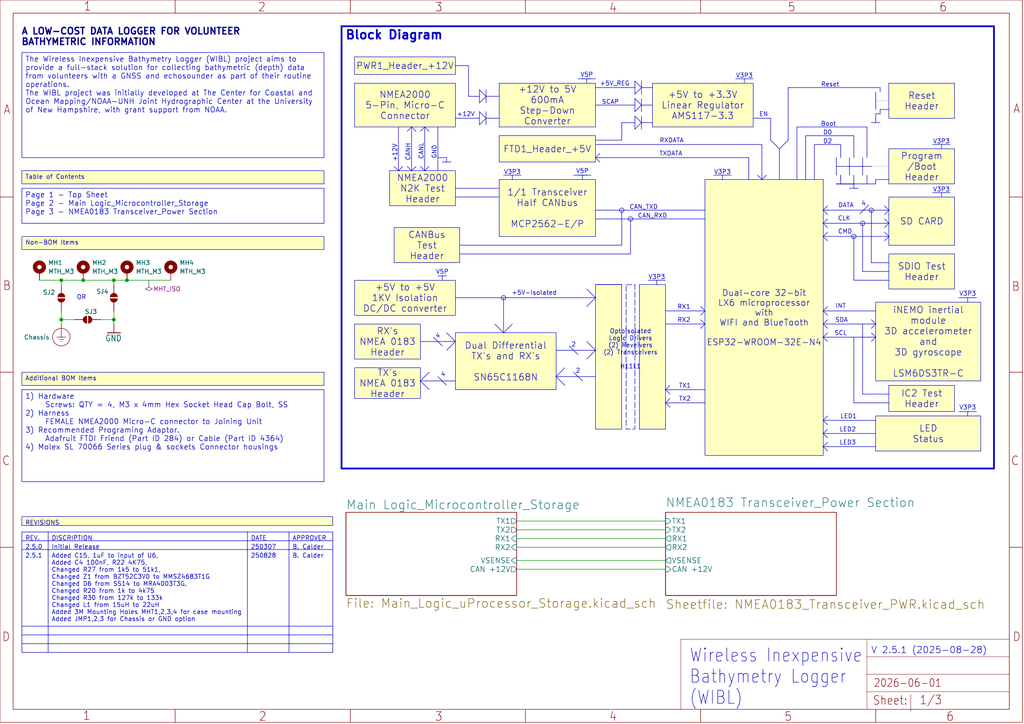
<source format=kicad_sch>
(kicad_sch
	(version 20250114)
	(generator "eeschema")
	(generator_version "9.0")
	(uuid "dad35123-8710-4fbf-844d-4d41b5a3d512")
	(paper "A4")
	(lib_symbols
		(symbol "EE_NON_BOM_250715:MTH_P_3.2mm_M3"
			(pin_numbers
				(hide yes)
			)
			(pin_names
				(offset 1.016)
				(hide yes)
			)
			(exclude_from_sim no)
			(in_bom no)
			(on_board yes)
			(property "Reference" "H"
				(at 0 6.35 0)
				(effects
					(font
						(size 1.27 1.27)
					)
				)
			)
			(property "Value" "MTH_M3"
				(at 0 4.445 0)
				(effects
					(font
						(size 1.27 1.27)
					)
				)
			)
			(property "Footprint" "MountingHole:MountingHole_3.2mm_M3"
				(at 0 0 0)
				(effects
					(font
						(size 1.27 1.27)
					)
					(hide yes)
				)
			)
			(property "Datasheet" ""
				(at 0 0 0)
				(effects
					(font
						(size 1.27 1.27)
					)
					(hide yes)
				)
			)
			(property "Description" "MountingHole_Pad_3.2mm_M3"
				(at 0 0 0)
				(effects
					(font
						(size 1.27 1.27)
					)
					(hide yes)
				)
			)
			(property "ki_keywords" "mounting hole"
				(at 0 0 0)
				(effects
					(font
						(size 1.27 1.27)
					)
					(hide yes)
				)
			)
			(property "ki_fp_filters" "MountingHole*Pad*"
				(at 0 0 0)
				(effects
					(font
						(size 1.27 1.27)
					)
					(hide yes)
				)
			)
			(symbol "MTH_P_3.2mm_M3_0_1"
				(circle
					(center 0 1.27)
					(radius 1.27)
					(stroke
						(width 1.27)
						(type default)
					)
					(fill
						(type none)
					)
				)
			)
			(symbol "MTH_P_3.2mm_M3_1_1"
				(pin passive line
					(at 0 -2.54 90)
					(length 2.54)
					(name "1"
						(effects
							(font
								(size 1.27 1.27)
							)
						)
					)
					(number "1"
						(effects
							(font
								(size 1.27 1.27)
							)
						)
					)
				)
			)
			(embedded_fonts no)
		)
		(symbol "Jumper:SolderJumper_2_Open"
			(pin_numbers
				(hide yes)
			)
			(pin_names
				(offset 0)
				(hide yes)
			)
			(exclude_from_sim no)
			(in_bom no)
			(on_board yes)
			(property "Reference" "JP"
				(at 0 2.032 0)
				(effects
					(font
						(size 1.27 1.27)
					)
				)
			)
			(property "Value" "SolderJumper_2_Open"
				(at 0 -2.54 0)
				(effects
					(font
						(size 1.27 1.27)
					)
				)
			)
			(property "Footprint" ""
				(at 0 0 0)
				(effects
					(font
						(size 1.27 1.27)
					)
					(hide yes)
				)
			)
			(property "Datasheet" "~"
				(at 0 0 0)
				(effects
					(font
						(size 1.27 1.27)
					)
					(hide yes)
				)
			)
			(property "Description" "Solder Jumper, 2-pole, open"
				(at 0 0 0)
				(effects
					(font
						(size 1.27 1.27)
					)
					(hide yes)
				)
			)
			(property "ki_keywords" "solder jumper SPST"
				(at 0 0 0)
				(effects
					(font
						(size 1.27 1.27)
					)
					(hide yes)
				)
			)
			(property "ki_fp_filters" "SolderJumper*Open*"
				(at 0 0 0)
				(effects
					(font
						(size 1.27 1.27)
					)
					(hide yes)
				)
			)
			(symbol "SolderJumper_2_Open_0_1"
				(polyline
					(pts
						(xy -0.254 1.016) (xy -0.254 -1.016)
					)
					(stroke
						(width 0)
						(type default)
					)
					(fill
						(type none)
					)
				)
				(arc
					(start -0.254 -1.016)
					(mid -1.2656 0)
					(end -0.254 1.016)
					(stroke
						(width 0)
						(type default)
					)
					(fill
						(type none)
					)
				)
				(arc
					(start -0.254 -1.016)
					(mid -1.2656 0)
					(end -0.254 1.016)
					(stroke
						(width 0)
						(type default)
					)
					(fill
						(type outline)
					)
				)
				(arc
					(start 0.254 1.016)
					(mid 1.2656 0)
					(end 0.254 -1.016)
					(stroke
						(width 0)
						(type default)
					)
					(fill
						(type none)
					)
				)
				(arc
					(start 0.254 1.016)
					(mid 1.2656 0)
					(end 0.254 -1.016)
					(stroke
						(width 0)
						(type default)
					)
					(fill
						(type outline)
					)
				)
				(polyline
					(pts
						(xy 0.254 1.016) (xy 0.254 -1.016)
					)
					(stroke
						(width 0)
						(type default)
					)
					(fill
						(type none)
					)
				)
			)
			(symbol "SolderJumper_2_Open_1_1"
				(pin passive line
					(at -3.81 0 0)
					(length 2.54)
					(name "A"
						(effects
							(font
								(size 1.27 1.27)
							)
						)
					)
					(number "1"
						(effects
							(font
								(size 1.27 1.27)
							)
						)
					)
				)
				(pin passive line
					(at 3.81 0 180)
					(length 2.54)
					(name "B"
						(effects
							(font
								(size 1.27 1.27)
							)
						)
					)
					(number "2"
						(effects
							(font
								(size 1.27 1.27)
							)
						)
					)
				)
			)
			(embedded_fonts no)
		)
		(symbol "WIBL-eagle-import:frames_A4L-LOC_250721"
			(exclude_from_sim no)
			(in_bom yes)
			(on_board yes)
			(property "Reference" "#FRAME"
				(at 0 0 0)
				(effects
					(font
						(size 1.27 1.27)
					)
					(hide yes)
				)
			)
			(property "Value" ""
				(at 0 0 0)
				(effects
					(font
						(size 1.27 1.27)
					)
					(hide yes)
				)
			)
			(property "Footprint" ""
				(at 0 0 0)
				(effects
					(font
						(size 1.27 1.27)
					)
					(hide yes)
				)
			)
			(property "Datasheet" ""
				(at 0 0 0)
				(effects
					(font
						(size 1.27 1.27)
					)
					(hide yes)
				)
			)
			(property "Description" "FRAME\n\nDIN A4, landscape with location and doc. field"
				(at 0 0 0)
				(effects
					(font
						(size 1.27 1.27)
					)
					(hide yes)
				)
			)
			(property "ki_locked" ""
				(at 0 0 0)
				(effects
					(font
						(size 1.27 1.27)
					)
				)
			)
			(symbol "frames_A4L-LOC_250721_1_0"
				(polyline
					(pts
						(xy 0 152.4) (xy 3.81 152.4)
					)
					(stroke
						(width 0)
						(type default)
					)
					(fill
						(type none)
					)
				)
				(polyline
					(pts
						(xy 0 101.6) (xy 3.81 101.6)
					)
					(stroke
						(width 0)
						(type default)
					)
					(fill
						(type none)
					)
				)
				(polyline
					(pts
						(xy 0 50.8) (xy 3.81 50.8)
					)
					(stroke
						(width 0)
						(type default)
					)
					(fill
						(type none)
					)
				)
				(polyline
					(pts
						(xy 0 0) (xy 296.545 0) (xy 296.545 209.55) (xy 0 209.55) (xy 0 0)
					)
					(stroke
						(width 0)
						(type default)
					)
					(fill
						(type none)
					)
				)
				(polyline
					(pts
						(xy 3.81 3.81) (xy 3.81 205.74)
					)
					(stroke
						(width 0)
						(type default)
					)
					(fill
						(type none)
					)
				)
				(polyline
					(pts
						(xy 50.8 205.74) (xy 50.8 209.55)
					)
					(stroke
						(width 0)
						(type default)
					)
					(fill
						(type none)
					)
				)
				(polyline
					(pts
						(xy 50.8 0) (xy 50.8 3.81)
					)
					(stroke
						(width 0)
						(type default)
					)
					(fill
						(type none)
					)
				)
				(polyline
					(pts
						(xy 101.6 205.74) (xy 101.6 209.55)
					)
					(stroke
						(width 0)
						(type default)
					)
					(fill
						(type none)
					)
				)
				(polyline
					(pts
						(xy 101.6 0) (xy 101.6 3.81)
					)
					(stroke
						(width 0)
						(type default)
					)
					(fill
						(type none)
					)
				)
				(polyline
					(pts
						(xy 152.4 205.74) (xy 152.4 209.55)
					)
					(stroke
						(width 0)
						(type default)
					)
					(fill
						(type none)
					)
				)
				(polyline
					(pts
						(xy 152.4 0) (xy 152.4 3.81)
					)
					(stroke
						(width 0)
						(type default)
					)
					(fill
						(type none)
					)
				)
				(polyline
					(pts
						(xy 197.485 24.13) (xy 251.46 24.13)
					)
					(stroke
						(width 0.1016)
						(type solid)
					)
					(fill
						(type none)
					)
				)
				(polyline
					(pts
						(xy 197.485 3.81) (xy 197.485 24.13)
					)
					(stroke
						(width 0.1016)
						(type solid)
					)
					(fill
						(type none)
					)
				)
				(polyline
					(pts
						(xy 203.2 205.74) (xy 203.2 209.55)
					)
					(stroke
						(width 0)
						(type default)
					)
					(fill
						(type none)
					)
				)
				(polyline
					(pts
						(xy 203.2 0) (xy 203.2 3.81)
					)
					(stroke
						(width 0)
						(type default)
					)
					(fill
						(type none)
					)
				)
				(polyline
					(pts
						(xy 251.46 24.13) (xy 292.735 24.13)
					)
					(stroke
						(width 0.1016)
						(type solid)
					)
					(fill
						(type none)
					)
				)
				(polyline
					(pts
						(xy 251.46 19.05) (xy 251.46 24.13)
					)
					(stroke
						(width 0.1016)
						(type solid)
					)
					(fill
						(type none)
					)
				)
				(polyline
					(pts
						(xy 251.46 19.05) (xy 292.735 19.05)
					)
					(stroke
						(width 0.1016)
						(type solid)
					)
					(fill
						(type none)
					)
				)
				(polyline
					(pts
						(xy 251.46 13.97) (xy 251.46 19.05)
					)
					(stroke
						(width 0.1016)
						(type solid)
					)
					(fill
						(type none)
					)
				)
				(polyline
					(pts
						(xy 251.46 13.97) (xy 292.735 13.97)
					)
					(stroke
						(width 0.1016)
						(type solid)
					)
					(fill
						(type none)
					)
				)
				(polyline
					(pts
						(xy 251.46 8.89) (xy 251.46 13.97)
					)
					(stroke
						(width 0.1016)
						(type solid)
					)
					(fill
						(type none)
					)
				)
				(polyline
					(pts
						(xy 251.46 8.89) (xy 251.46 3.81)
					)
					(stroke
						(width 0.1016)
						(type solid)
					)
					(fill
						(type none)
					)
				)
				(polyline
					(pts
						(xy 254 205.74) (xy 254 209.55)
					)
					(stroke
						(width 0)
						(type default)
					)
					(fill
						(type none)
					)
				)
				(polyline
					(pts
						(xy 254 0) (xy 254 3.81)
					)
					(stroke
						(width 0)
						(type default)
					)
					(fill
						(type none)
					)
				)
				(polyline
					(pts
						(xy 264.16 3.175) (xy 264.16 8.255)
					)
					(stroke
						(width 0.1016)
						(type solid)
					)
					(fill
						(type none)
					)
				)
				(polyline
					(pts
						(xy 282.575 8.89) (xy 251.46 8.89)
					)
					(stroke
						(width 0.1016)
						(type solid)
					)
					(fill
						(type none)
					)
				)
				(polyline
					(pts
						(xy 282.575 8.89) (xy 292.735 8.89)
					)
					(stroke
						(width 0.1016)
						(type solid)
					)
					(fill
						(type none)
					)
				)
				(polyline
					(pts
						(xy 292.735 205.74) (xy 3.81 205.74)
					)
					(stroke
						(width 0)
						(type default)
					)
					(fill
						(type none)
					)
				)
				(polyline
					(pts
						(xy 292.735 152.3999) (xy 296.545 152.3999)
					)
					(stroke
						(width 0)
						(type default)
					)
					(fill
						(type none)
					)
				)
				(polyline
					(pts
						(xy 292.735 101.6) (xy 296.545 101.6)
					)
					(stroke
						(width 0)
						(type default)
					)
					(fill
						(type none)
					)
				)
				(polyline
					(pts
						(xy 292.735 50.7999) (xy 296.545 50.7999)
					)
					(stroke
						(width 0)
						(type default)
					)
					(fill
						(type none)
					)
				)
				(polyline
					(pts
						(xy 292.735 20.32) (xy 292.735 25.4)
					)
					(stroke
						(width 0.1016)
						(type solid)
					)
					(fill
						(type none)
					)
				)
				(polyline
					(pts
						(xy 292.735 15.24) (xy 292.735 20.32)
					)
					(stroke
						(width 0.1016)
						(type solid)
					)
					(fill
						(type none)
					)
				)
				(polyline
					(pts
						(xy 292.735 10.16) (xy 292.735 15.24)
					)
					(stroke
						(width 0.1016)
						(type solid)
					)
					(fill
						(type none)
					)
				)
				(polyline
					(pts
						(xy 292.735 5.08) (xy 292.735 10.16)
					)
					(stroke
						(width 0.1016)
						(type solid)
					)
					(fill
						(type none)
					)
				)
				(polyline
					(pts
						(xy 292.735 3.81) (xy 3.81 3.81)
					)
					(stroke
						(width 0)
						(type default)
					)
					(fill
						(type none)
					)
				)
				(polyline
					(pts
						(xy 292.735 3.81) (xy 292.735 205.74)
					)
					(stroke
						(width 0)
						(type default)
					)
					(fill
						(type none)
					)
				)
				(text "C"
					(at 1.778 75.946 0)
					(effects
						(font
							(size 2.54 2.286)
						)
					)
				)
				(text "D"
					(at 1.778 24.892 0)
					(effects
						(font
							(size 2.54 2.286)
						)
					)
				)
				(text "A"
					(at 2.032 177.8 0)
					(effects
						(font
							(size 2.54 2.286)
						)
					)
				)
				(text "B"
					(at 2.032 126.746 0)
					(effects
						(font
							(size 2.54 2.286)
						)
					)
				)
				(text "1"
					(at 25.146 2.032 0)
					(effects
						(font
							(size 2.54 2.286)
						)
					)
				)
				(text "1"
					(at 25.4 207.772 0)
					(effects
						(font
							(size 2.54 2.286)
						)
					)
				)
				(text "2"
					(at 75.946 207.518 0)
					(effects
						(font
							(size 2.54 2.286)
						)
					)
				)
				(text "2"
					(at 76.2 1.778 0)
					(effects
						(font
							(size 2.54 2.286)
						)
					)
				)
				(text "3"
					(at 127.254 207.518 0)
					(effects
						(font
							(size 2.54 2.286)
						)
					)
				)
				(text "3"
					(at 127.254 1.778 0)
					(effects
						(font
							(size 2.54 2.286)
						)
					)
				)
				(text "4"
					(at 177.8 207.264 0)
					(effects
						(font
							(size 2.54 2.286)
						)
					)
				)
				(text "4"
					(at 177.8 1.778 0)
					(effects
						(font
							(size 2.54 2.286)
						)
					)
				)
				(text "5"
					(at 228.6 1.778 0)
					(effects
						(font
							(size 2.54 2.286)
						)
					)
				)
				(text "5"
					(at 229.616 207.518 0)
					(effects
						(font
							(size 2.54 2.286)
						)
					)
				)
				(text "Sheet:"
					(at 253.111 4.953 0)
					(effects
						(font
							(size 2.54 2.159)
						)
						(justify left bottom)
					)
				)
				(text "${PROJECTNAME}"
					(at 253.365 15.24 0)
					(effects
						(font
							(size 2.54 2.159)
						)
						(justify left bottom)
					)
				)
				(text "${CURRENT_DATE}"
					(at 253.365 10.16 0)
					(effects
						(font
							(size 2.286 1.9431)
						)
						(justify left bottom)
					)
				)
				(text "${#}/${##}"
					(at 266.7 5.08 0)
					(effects
						(font
							(size 2.54 2.159)
						)
						(justify left bottom)
					)
				)
				(text "6"
					(at 273.558 207.518 0)
					(effects
						(font
							(size 2.54 2.286)
						)
					)
				)
				(text "6"
					(at 275.59 1.778 0)
					(effects
						(font
							(size 2.54 2.286)
						)
					)
				)
				(text "C"
					(at 294.386 75.946 0)
					(effects
						(font
							(size 2.54 2.286)
						)
					)
				)
				(text "B"
					(at 294.64 126.492 0)
					(effects
						(font
							(size 2.54 2.286)
						)
					)
				)
				(text "A"
					(at 294.894 178.054 0)
					(effects
						(font
							(size 2.54 2.286)
						)
					)
				)
				(text "D"
					(at 294.894 24.892 0)
					(effects
						(font
							(size 2.54 2.286)
						)
					)
				)
			)
			(embedded_fonts no)
		)
		(symbol "WIBL-eagle-import:supply1_GND"
			(power)
			(exclude_from_sim no)
			(in_bom yes)
			(on_board yes)
			(property "Reference" "#GND"
				(at 0 0 0)
				(effects
					(font
						(size 1.27 1.27)
					)
					(hide yes)
				)
			)
			(property "Value" ""
				(at -2.54 -2.54 0)
				(effects
					(font
						(size 1.778 1.5113)
					)
					(justify left bottom)
				)
			)
			(property "Footprint" ""
				(at 0 0 0)
				(effects
					(font
						(size 1.27 1.27)
					)
					(hide yes)
				)
			)
			(property "Datasheet" ""
				(at 0 0 0)
				(effects
					(font
						(size 1.27 1.27)
					)
					(hide yes)
				)
			)
			(property "Description" "SUPPLY SYMBOL"
				(at 0 0 0)
				(effects
					(font
						(size 1.27 1.27)
					)
					(hide yes)
				)
			)
			(property "ki_locked" ""
				(at 0 0 0)
				(effects
					(font
						(size 1.27 1.27)
					)
				)
			)
			(symbol "supply1_GND_1_0"
				(polyline
					(pts
						(xy -1.905 0) (xy 1.905 0)
					)
					(stroke
						(width 0.254)
						(type solid)
					)
					(fill
						(type none)
					)
				)
				(pin power_in line
					(at 0 2.54 270)
					(length 2.54)
					(name "GND"
						(effects
							(font
								(size 0 0)
							)
						)
					)
					(number "1"
						(effects
							(font
								(size 0 0)
							)
						)
					)
				)
			)
			(embedded_fonts no)
		)
		(symbol "power:Earth_Protective"
			(power)
			(pin_numbers
				(hide yes)
			)
			(pin_names
				(offset 0)
				(hide yes)
			)
			(exclude_from_sim no)
			(in_bom yes)
			(on_board yes)
			(property "Reference" "#PWR"
				(at 0 -10.16 0)
				(effects
					(font
						(size 1.27 1.27)
					)
					(hide yes)
				)
			)
			(property "Value" "Earth_Protective"
				(at 0 -7.62 0)
				(effects
					(font
						(size 1.27 1.27)
					)
				)
			)
			(property "Footprint" ""
				(at 0 -2.54 0)
				(effects
					(font
						(size 1.27 1.27)
					)
					(hide yes)
				)
			)
			(property "Datasheet" "~"
				(at 0 -2.54 0)
				(effects
					(font
						(size 1.27 1.27)
					)
					(hide yes)
				)
			)
			(property "Description" "Power symbol creates a global label with name \"Earth_Protective\""
				(at 0 0 0)
				(effects
					(font
						(size 1.27 1.27)
					)
					(hide yes)
				)
			)
			(property "ki_keywords" "global ground gnd clean"
				(at 0 0 0)
				(effects
					(font
						(size 1.27 1.27)
					)
					(hide yes)
				)
			)
			(symbol "Earth_Protective_0_1"
				(polyline
					(pts
						(xy -0.635 -4.445) (xy 0.635 -4.445)
					)
					(stroke
						(width 0)
						(type default)
					)
					(fill
						(type none)
					)
				)
				(polyline
					(pts
						(xy -0.127 -5.08) (xy 0.127 -5.08)
					)
					(stroke
						(width 0)
						(type default)
					)
					(fill
						(type none)
					)
				)
				(polyline
					(pts
						(xy 0 -3.81) (xy 0 0)
					)
					(stroke
						(width 0)
						(type default)
					)
					(fill
						(type none)
					)
				)
				(circle
					(center 0 -3.81)
					(radius 2.54)
					(stroke
						(width 0)
						(type default)
					)
					(fill
						(type none)
					)
				)
				(polyline
					(pts
						(xy 1.27 -3.81) (xy -1.27 -3.81)
					)
					(stroke
						(width 0)
						(type default)
					)
					(fill
						(type none)
					)
				)
			)
			(symbol "Earth_Protective_1_1"
				(pin power_in line
					(at 0 0 270)
					(length 0)
					(name "~"
						(effects
							(font
								(size 1.27 1.27)
							)
						)
					)
					(number "1"
						(effects
							(font
								(size 1.27 1.27)
							)
						)
					)
				)
			)
			(embedded_fonts no)
		)
	)
	(rectangle
		(start 181.61 82.55)
		(end 184.15 124.46)
		(stroke
			(width 0)
			(type dash)
		)
		(fill
			(type none)
		)
		(uuid 60500961-10b8-4f2a-96b9-4e72eb87bf0f)
	)
	(rectangle
		(start 185.42 82.55)
		(end 193.04 124.46)
		(stroke
			(width 0)
			(type solid)
		)
		(fill
			(type color)
			(color 255 255 194 1)
		)
		(uuid 695c0037-bc68-4d9c-b2b5-03133e69a0c6)
	)
	(circle
		(center 146.05 86.36)
		(radius 0.635)
		(stroke
			(width 0)
			(type solid)
		)
		(fill
			(type color)
			(color 0 0 0 0)
		)
		(uuid 6db48826-56cf-482a-98e4-5f09abb7476f)
	)
	(circle
		(center 247.65 68.58)
		(radius 0.635)
		(stroke
			(width 0)
			(type solid)
		)
		(fill
			(type color)
			(color 0 0 0 0)
		)
		(uuid 8757943e-7ce1-4a04-9386-167419d655e2)
	)
	(circle
		(center 180.34 60.96)
		(radius 0.635)
		(stroke
			(width 0)
			(type solid)
		)
		(fill
			(type color)
			(color 0 0 0 0)
		)
		(uuid 9eabae8a-e2e0-4a81-bf7a-3fa3b7e3c055)
	)
	(circle
		(center 252.73 60.96)
		(radius 0.635)
		(stroke
			(width 0)
			(type solid)
		)
		(fill
			(type color)
			(color 0 0 0 0)
		)
		(uuid b0eda83e-7751-4cf2-86b1-9fccab97bc33)
	)
	(rectangle
		(start 172.72 82.55)
		(end 180.34 82.55)
		(stroke
			(width 0)
			(type default)
		)
		(fill
			(type none)
		)
		(uuid b887579f-3299-49bb-bdb7-fd0493d141d7)
	)
	(circle
		(center 182.88 63.5)
		(radius 0.635)
		(stroke
			(width 0)
			(type solid)
		)
		(fill
			(type color)
			(color 0 0 0 0)
		)
		(uuid d880e89d-9223-42cf-8390-141c4ba34583)
	)
	(circle
		(center 250.19 64.77)
		(radius 0.635)
		(stroke
			(width 0)
			(type solid)
		)
		(fill
			(type color)
			(color 0 0 0 0)
		)
		(uuid e77a8b08-5297-413d-acf5-e6ca2499abd1)
	)
	(rectangle
		(start 172.72 82.55)
		(end 180.34 124.46)
		(stroke
			(width 0)
			(type solid)
		)
		(fill
			(type color)
			(color 255 255 194 1)
		)
		(uuid ebeaaa07-675b-4fb7-bfe4-b0f0cd70be67)
	)
	(text "+5V_REG"
		(exclude_from_sim no)
		(at 178.308 24.384 0)
		(effects
			(font
				(size 1.27 1.27)
			)
		)
		(uuid "03050584-620c-488b-a93c-505765ad0e49")
	)
	(text "V5P"
		(exclude_from_sim no)
		(at 170.18 21.844 0)
		(effects
			(font
				(size 1.27 1.27)
			)
		)
		(uuid "10349966-0158-4e9f-a360-4ca62d6bab60")
	)
	(text "V3P3"
		(exclude_from_sim no)
		(at 273.05 55.118 0)
		(effects
			(font
				(size 1.27 1.27)
			)
		)
		(uuid "1340ee4e-3661-4ad1-82ae-ad8d6b5ff4ed")
	)
	(text "V3P3"
		(exclude_from_sim no)
		(at 148.59 50.038 0)
		(effects
			(font
				(size 1.27 1.27)
			)
		)
		(uuid "1cfdef32-3aba-48db-9caa-62f8d79151dc")
	)
	(text "RX1"
		(exclude_from_sim no)
		(at 198.374 89.154 0)
		(effects
			(font
				(size 1.27 1.27)
			)
		)
		(uuid "1f43c932-e5f8-46a1-9637-151f4a3f7c3a")
	)
	(text "V 2.5.1 (2025-08-28)"
		(exclude_from_sim no)
		(at 269.494 188.722 0)
		(effects
			(font
				(size 1.905 1.905)
				(color 0 0 194 1)
			)
		)
		(uuid "214d5cca-ac47-4020-9422-9be352fdfd99")
	)
	(text "TX1"
		(exclude_from_sim no)
		(at 198.628 112.014 0)
		(effects
			(font
				(size 1.27 1.27)
			)
		)
		(uuid "220a31bd-5bc0-4082-b4d9-ee009202e740")
	)
	(text "CMD"
		(exclude_from_sim no)
		(at 245.11 67.31 0)
		(effects
			(font
				(size 1.27 1.27)
			)
		)
		(uuid "2a371b3b-5568-465d-9b72-88867b43aa0c")
	)
	(text "+5V-Isolated"
		(exclude_from_sim no)
		(at 154.94 85.09 0)
		(effects
			(font
				(size 1.27 1.27)
			)
		)
		(uuid "2a40a893-da1f-43bb-b401-15b1ead802c7")
	)
	(text "LED3"
		(exclude_from_sim no)
		(at 245.872 128.524 0)
		(effects
			(font
				(size 1.27 1.27)
			)
		)
		(uuid "2a8dadcd-b3f4-43e3-a885-947fe319f00c")
	)
	(text "CANL"
		(exclude_from_sim no)
		(at 122.174 43.942 90)
		(effects
			(font
				(size 1.27 1.27)
			)
		)
		(uuid "3232462b-9c2a-428d-83fc-1f6a45349075")
	)
	(text "D0"
		(exclude_from_sim no)
		(at 240.03 38.608 0)
		(effects
			(font
				(size 1.27 1.27)
			)
		)
		(uuid "32f7e020-8ee3-4d08-8175-92f498c97809")
	)
	(text "4"
		(exclude_from_sim no)
		(at 127 97.536 0)
		(effects
			(font
				(size 1.27 1.27)
			)
		)
		(uuid "382f98b3-7e6c-470c-b751-872d959b1433")
	)
	(text "V3P3"
		(exclude_from_sim no)
		(at 209.55 50.038 0)
		(effects
			(font
				(size 1.27 1.27)
			)
		)
		(uuid "3b230a11-a012-4cf3-959d-dbc4d6763438")
	)
	(text "RX2\n"
		(exclude_from_sim no)
		(at 198.374 92.964 0)
		(effects
			(font
				(size 1.27 1.27)
			)
		)
		(uuid "3dadb46a-0141-4f83-aeb5-9abe57e6cb12")
	)
	(text "DATA"
		(exclude_from_sim no)
		(at 245.364 59.69 0)
		(effects
			(font
				(size 1.27 1.27)
			)
		)
		(uuid "3ea09906-0a7f-4de7-bec7-85037a1dfe77")
	)
	(text "4"
		(exclude_from_sim no)
		(at 250.444 59.182 0)
		(effects
			(font
				(size 1.27 1.27)
			)
		)
		(uuid "445ee817-2de7-4834-ae84-eaebb2e3e2a7")
	)
	(text "CAN_RXD"
		(exclude_from_sim no)
		(at 189.23 62.738 0)
		(effects
			(font
				(size 1.27 1.27)
			)
		)
		(uuid "4d38e026-1fe2-4004-a9e4-1a4384047529")
	)
	(text "SCL"
		(exclude_from_sim no)
		(at 243.84 96.774 0)
		(effects
			(font
				(size 1.27 1.27)
			)
		)
		(uuid "4d661b0a-c6b4-46df-8d48-6eaa3f418b9f")
	)
	(text "2"
		(exclude_from_sim no)
		(at 166.37 100.076 0)
		(effects
			(font
				(size 1.27 1.27)
			)
		)
		(uuid "517826d5-5cac-43d9-a2ae-d6c2a74df04d")
	)
	(text "V3P3"
		(exclude_from_sim no)
		(at 280.67 118.364 0)
		(effects
			(font
				(size 1.27 1.27)
			)
		)
		(uuid "592c57ed-2fa2-4347-ba45-784dd728b0a3")
	)
	(text "D2"
		(exclude_from_sim no)
		(at 240.03 41.148 0)
		(effects
			(font
				(size 1.27 1.27)
			)
		)
		(uuid "602bef88-7398-4e0f-b797-0b158c1dc897")
	)
	(text "Reset"
		(exclude_from_sim no)
		(at 240.792 24.638 0)
		(effects
			(font
				(size 1.27 1.27)
			)
		)
		(uuid "647bda04-d1ab-4ed4-bf4e-445f6fb0c1cb")
	)
	(text "V5P"
		(exclude_from_sim no)
		(at 168.91 49.784 0)
		(effects
			(font
				(size 1.27 1.27)
			)
		)
		(uuid "6b848588-693b-4c0e-ad56-e07438d82b44")
	)
	(text "Boot"
		(exclude_from_sim no)
		(at 240.284 36.068 0)
		(effects
			(font
				(size 1.27 1.27)
			)
		)
		(uuid "6c333985-45cf-404b-af69-2a0a314bead4")
	)
	(text "V5P"
		(exclude_from_sim no)
		(at 128.27 78.994 0)
		(effects
			(font
				(size 1.27 1.27)
			)
		)
		(uuid "6d4c72fa-7d9c-4c5b-b895-8b80e04b8767")
	)
	(text "CANH"
		(exclude_from_sim no)
		(at 118.364 44.196 90)
		(effects
			(font
				(size 1.27 1.27)
			)
		)
		(uuid "78cc0d4a-a580-4d29-9218-11a20bb1c0ee")
	)
	(text "GND"
		(exclude_from_sim no)
		(at 125.984 44.196 90)
		(effects
			(font
				(size 1.27 1.27)
			)
		)
		(uuid "7d574a91-5c57-4728-8804-9be4896d492e")
	)
	(text "SDA"
		(exclude_from_sim no)
		(at 244.094 92.964 0)
		(effects
			(font
				(size 1.27 1.27)
			)
		)
		(uuid "811de75c-c900-4b5e-a70c-20bc5b08bc51")
	)
	(text "TXDATA"
		(exclude_from_sim no)
		(at 194.564 44.704 0)
		(effects
			(font
				(size 1.27 1.27)
			)
		)
		(uuid "84dc47f1-4962-4fee-9fee-eac444cc972e")
	)
	(text "A LOW-COST DATA LOGGER FOR VOLUNTEER\nBATHYMETRIC INFORMATION"
		(exclude_from_sim no)
		(at 6.096 8.128 0)
		(effects
			(font
				(size 1.905 1.905)
				(thickness 0.381)
				(bold yes)
				(color 0 0 132 1)
			)
			(justify left top)
		)
		(uuid "8dd19f79-18ae-456a-ab4d-0df2e5c74c3e")
	)
	(text "+12V"
		(exclude_from_sim no)
		(at 114.554 44.45 90)
		(effects
			(font
				(size 1.27 1.27)
			)
		)
		(uuid "8e7cd75f-3798-45fe-8bc1-872aece58c22")
	)
	(text "RXDATA"
		(exclude_from_sim no)
		(at 194.818 40.894 0)
		(effects
			(font
				(size 1.27 1.27)
			)
		)
		(uuid "932632aa-0b48-4ba2-b18d-5ff0d6c80af0")
	)
	(text "Wireless Inexpensive\nBathymetry Logger\n(WIBL)"
		(exclude_from_sim no)
		(at 199.898 204.724 0)
		(effects
			(font
				(size 3.81 3.2385)
			)
			(justify left bottom)
		)
		(uuid "9c83c02b-a488-4cf3-bf5e-5e8dc292f207")
	)
	(text "TX2"
		(exclude_from_sim no)
		(at 198.628 115.824 0)
		(effects
			(font
				(size 1.27 1.27)
			)
		)
		(uuid "9e77beed-d5d1-4733-9a3f-5b6ecaafa72b")
	)
	(text "V3P3"
		(exclude_from_sim no)
		(at 190.5 80.518 0)
		(effects
			(font
				(size 1.27 1.27)
			)
		)
		(uuid "a5bf70d2-097b-46a6-946b-a4ef78229d16")
	)
	(text "+12V"
		(exclude_from_sim no)
		(at 135.128 33.274 0)
		(effects
			(font
				(size 1.27 1.27)
			)
		)
		(uuid "a68572e9-7d7f-4f25-893a-f2047560ec87")
	)
	(text "Optoisolated\nLogic Drivers\n(2) Reveivers\n(2) Transceivers\n\nH11L1"
		(exclude_from_sim no)
		(at 182.88 101.346 0)
		(effects
			(font
				(size 1.27 1.27)
			)
		)
		(uuid "b16b88cd-358f-436c-959a-179d126ffe5a")
	)
	(text "4"
		(exclude_from_sim no)
		(at 128.524 108.712 0)
		(effects
			(font
				(size 1.27 1.27)
			)
		)
		(uuid "b3e20619-0b98-4c48-ac3e-90fe8bed935b")
	)
	(text "LED1"
		(exclude_from_sim no)
		(at 246.126 120.904 0)
		(effects
			(font
				(size 1.27 1.27)
			)
		)
		(uuid "b7a3f621-801d-489b-802c-63ba9fda4b68")
	)
	(text "LED2"
		(exclude_from_sim no)
		(at 245.872 124.714 0)
		(effects
			(font
				(size 1.27 1.27)
			)
		)
		(uuid "be0d27ab-9673-4714-a10a-219c182338b7")
	)
	(text "CAN_TXD"
		(exclude_from_sim no)
		(at 186.69 60.198 0)
		(effects
			(font
				(size 1.27 1.27)
			)
		)
		(uuid "cd3eb9af-2f1f-4c08-9fc8-47cdb3a68282")
	)
	(text "2"
		(exclude_from_sim no)
		(at 167.64 107.696 0)
		(effects
			(font
				(size 1.27 1.27)
			)
		)
		(uuid "cdb6cf45-4be6-4fcb-a9e4-21e7ec319abf")
	)
	(text "SCAP"
		(exclude_from_sim no)
		(at 177.038 29.718 0)
		(effects
			(font
				(size 1.27 1.27)
			)
		)
		(uuid "d285fe42-3a93-4e74-9ff5-93195bb86035")
	)
	(text "OR"
		(exclude_from_sim no)
		(at 23.622 86.36 0)
		(effects
			(font
				(size 1.27 1.27)
			)
		)
		(uuid "d4ee7a4c-d7c0-4146-8916-eee9a021e366")
	)
	(text "EN"
		(exclude_from_sim no)
		(at 221.488 33.274 0)
		(effects
			(font
				(size 1.27 1.27)
			)
		)
		(uuid "dfaf2534-fb3d-472a-bf59-37b2b4871b9b")
	)
	(text "V3P3"
		(exclude_from_sim no)
		(at 280.67 85.344 0)
		(effects
			(font
				(size 1.27 1.27)
			)
		)
		(uuid "e7d53f8b-fe74-4ae9-a997-97e708fe0d9b")
	)
	(text "V3P3"
		(exclude_from_sim no)
		(at 215.9 22.098 0)
		(effects
			(font
				(size 1.27 1.27)
			)
		)
		(uuid "eafec2d4-893d-4a7b-a345-2884087cc354")
	)
	(text "CLK"
		(exclude_from_sim no)
		(at 244.856 63.5 0)
		(effects
			(font
				(size 1.27 1.27)
			)
		)
		(uuid "efea1158-00db-4b1d-8f6d-dd86db5286b9")
	)
	(text "INT"
		(exclude_from_sim no)
		(at 243.84 88.9 0)
		(effects
			(font
				(size 1.27 1.27)
			)
		)
		(uuid "f0c35da8-8425-4e75-8011-538128f70756")
	)
	(text "V3P3"
		(exclude_from_sim no)
		(at 273.05 41.148 0)
		(effects
			(font
				(size 1.27 1.27)
			)
		)
		(uuid "f7db6380-cae2-45fa-b4a2-aa7e2386e569")
	)
	(text_box "TX's\nNMEA 0183\nHeader"
		(exclude_from_sim no)
		(at 102.87 106.68 0)
		(size 19.05 8.89)
		(margins 0.9525 0.9525 0.9525 0.9525)
		(stroke
			(width 0)
			(type solid)
		)
		(fill
			(type color)
			(color 255 255 194 1)
		)
		(effects
			(font
				(size 1.905 1.905)
			)
		)
		(uuid "1811a880-d9d4-4c96-a6b5-2286cedadee0")
	)
	(text_box "REVISIONS"
		(exclude_from_sim no)
		(at 6.35 149.86 0)
		(size 90.17 2.54)
		(margins 0.9525 0.9525 0.9525 0.9525)
		(stroke
			(width 0)
			(type solid)
		)
		(fill
			(type color)
			(color 255 255 194 1)
		)
		(effects
			(font
				(size 1.27 1.27)
			)
			(justify left top)
		)
		(uuid "2096a2aa-5683-44ea-b2cd-732086a870a8")
	)
	(text_box "1) Hardware\n	Screws: QTY = 4, M3 x 4mm Hex Socket Head Cap Bolt, SS\n2) Harness\n	FEMALE NMEA2000 Micro-C connector to Joining Unit\n3) Recommended Programing Adaptor.\n	Adafruit FTDI Friend (Part ID 284) or Cable (Part ID 4364)\n4) Molex SL 70066 Series plug & sockets Connector housings"
		(exclude_from_sim no)
		(at 6.35 113.03 0)
		(size 87.63 26.67)
		(margins 0.9525 0.9525 0.9525 0.9525)
		(stroke
			(width 0)
			(type solid)
		)
		(fill
			(type none)
		)
		(effects
			(font
				(size 1.524 1.524)
			)
			(justify left top)
		)
		(uuid "20e597be-660c-4dd6-baa3-7831bbe7a095")
	)
	(text_box "SDIO Test \nHeader"
		(exclude_from_sim no)
		(at 257.81 73.66 0)
		(size 19.05 10.16)
		(margins 0.9525 0.9525 0.9525 0.9525)
		(stroke
			(width 0)
			(type solid)
		)
		(fill
			(type color)
			(color 255 255 194 1)
		)
		(effects
			(font
				(size 1.905 1.905)
			)
		)
		(uuid "28af04e8-b8d1-43f5-8769-28cca99a73e4")
	)
	(text_box "Page 1 - Top Sheet\nPage 2 - Main Logic_Microcontroller_Storage\nPage 3 - NMEA0183 Transceiver_Power Section"
		(exclude_from_sim no)
		(at 6.35 54.61 0)
		(size 87.63 10.16)
		(margins 0.9525 0.9525 0.9525 0.9525)
		(stroke
			(width 0)
			(type solid)
		)
		(fill
			(type none)
		)
		(effects
			(font
				(size 1.524 1.524)
			)
			(justify left top)
		)
		(uuid "3cebfa65-6c7c-4412-a2f1-0a471d7d2782")
	)
	(text_box "FTD1_Header_+5V"
		(exclude_from_sim no)
		(at 144.78 39.37 0)
		(size 27.94 7.62)
		(margins 0.9525 0.9525 0.9525 0.9525)
		(stroke
			(width 0)
			(type solid)
		)
		(fill
			(type color)
			(color 255 255 194 1)
		)
		(effects
			(font
				(size 1.905 1.905)
			)
		)
		(uuid "455c3cc2-0cbb-4453-a305-ab85d8857dda")
	)
	(text_box "Dual Differential\nTX's and RX's\n\nSN65C1168N"
		(exclude_from_sim no)
		(at 132.08 96.52 0)
		(size 29.21 16.51)
		(margins 0.9525 0.9525 0.9525 0.9525)
		(stroke
			(width 0)
			(type solid)
		)
		(fill
			(type color)
			(color 255 255 194 1)
		)
		(effects
			(font
				(size 1.905 1.905)
			)
		)
		(uuid "47b913b8-af85-4c53-8f05-9f6888526721")
	)
	(text_box "+12V to 5V\n600mA Step-Down\nConverter"
		(exclude_from_sim no)
		(at 144.78 24.13 0)
		(size 27.94 12.7)
		(margins 0.9525 0.9525 0.9525 0.9525)
		(stroke
			(width 0)
			(type solid)
		)
		(fill
			(type color)
			(color 255 255 194 1)
		)
		(effects
			(font
				(size 1.905 1.905)
			)
		)
		(uuid "49d82546-cd20-4c07-bdd5-53dadd8e8276")
	)
	(text_box "iNEMO inertial module\n3D accelerometer\nand\n3D gyroscope\n\nLSM6DS3TR-C"
		(exclude_from_sim no)
		(at 254 87.63 0)
		(size 30.48 22.86)
		(margins 0.9525 0.9525 0.9525 0.9525)
		(stroke
			(width 0)
			(type solid)
		)
		(fill
			(type color)
			(color 255 255 194 1)
		)
		(effects
			(font
				(size 1.905 1.905)
			)
		)
		(uuid "4cbed1be-dce3-4be3-a812-fd4b1e14c595")
	)
	(text_box "Program /Boot\nHeader"
		(exclude_from_sim no)
		(at 257.81 43.18 0)
		(size 19.05 10.16)
		(margins 0.9525 0.9525 0.9525 0.9525)
		(stroke
			(width 0)
			(type solid)
		)
		(fill
			(type color)
			(color 255 255 194 1)
		)
		(effects
			(font
				(size 1.905 1.905)
			)
		)
		(uuid "5ef01c46-bbca-4cad-8772-ed5d41d6115b")
	)
	(text_box "Additional BOM Items"
		(exclude_from_sim no)
		(at 6.35 107.95 0)
		(size 87.63 3.81)
		(margins 0.9525 0.9525 0.9525 0.9525)
		(stroke
			(width 0)
			(type solid)
		)
		(fill
			(type color)
			(color 255 255 194 1)
		)
		(effects
			(font
				(size 1.27 1.27)
			)
			(justify left top)
		)
		(uuid "6230d559-4cfd-4559-a2b3-4d0f7911a540")
	)
	(text_box "LED\nStatus"
		(exclude_from_sim no)
		(at 254 120.65 0)
		(size 30.48 10.16)
		(margins 0.9525 0.9525 0.9525 0.9525)
		(stroke
			(width 0)
			(type solid)
		)
		(fill
			(type color)
			(color 255 255 194 1)
		)
		(effects
			(font
				(size 1.905 1.905)
			)
		)
		(uuid "63e56217-ae04-4ae3-ad59-4f9e8ab2340e")
	)
	(text_box "+5V to +3.3V\nLinear Regulator\nAMS117-3.3"
		(exclude_from_sim no)
		(at 189.23 24.13 0)
		(size 29.21 12.7)
		(margins 0.9525 0.9525 0.9525 0.9525)
		(stroke
			(width 0)
			(type solid)
		)
		(fill
			(type color)
			(color 255 255 194 1)
		)
		(effects
			(font
				(size 1.905 1.905)
			)
		)
		(uuid "6956938a-ea8a-41a6-8164-c32c6576157f")
	)
	(text_box "Table of Contents"
		(exclude_from_sim no)
		(at 6.35 49.53 0)
		(size 87.63 3.81)
		(margins 0.9525 0.9525 0.9525 0.9525)
		(stroke
			(width 0)
			(type solid)
		)
		(fill
			(type color)
			(color 255 255 194 1)
		)
		(effects
			(font
				(size 1.27 1.27)
			)
			(justify left top)
		)
		(uuid "7535616f-c9f1-4cb2-b131-8fcc993e6a9d")
	)
	(text_box "Reset\nHeader"
		(exclude_from_sim no)
		(at 257.81 24.13 0)
		(size 19.05 10.16)
		(margins 0.9525 0.9525 0.9525 0.9525)
		(stroke
			(width 0)
			(type solid)
		)
		(fill
			(type color)
			(color 255 255 194 1)
		)
		(effects
			(font
				(size 1.905 1.905)
			)
		)
		(uuid "7b2fbf12-a376-4ee7-989d-f702c02a4186")
	)
	(text_box "RX's\nNMEA 0183\nHeader"
		(exclude_from_sim no)
		(at 102.87 93.98 0)
		(size 19.05 10.16)
		(margins 0.9525 0.9525 0.9525 0.9525)
		(stroke
			(width 0)
			(type solid)
		)
		(fill
			(type color)
			(color 255 255 194 1)
		)
		(effects
			(font
				(size 1.905 1.905)
			)
		)
		(uuid "8034f153-94b7-4a53-a872-d9c8e46e0494")
	)
	(text_box "PWR1_Header_+12V"
		(exclude_from_sim no)
		(at 102.87 16.51 0)
		(size 29.21 5.08)
		(margins 0.9525 0.9525 0.9525 0.9525)
		(stroke
			(width 0)
			(type solid)
		)
		(fill
			(type color)
			(color 255 255 194 1)
		)
		(effects
			(font
				(size 1.905 1.905)
			)
		)
		(uuid "898e9d0c-2dd5-4203-ba84-8d140f72ea4a")
	)
	(text_box "1/1 Transceiver Half CANbus\n\nMCP2562-E/P"
		(exclude_from_sim no)
		(at 144.78 52.07 0)
		(size 27.94 16.51)
		(margins 0.9525 0.9525 0.9525 0.9525)
		(stroke
			(width 0)
			(type solid)
		)
		(fill
			(type color)
			(color 255 255 194 1)
		)
		(effects
			(font
				(size 1.905 1.905)
			)
		)
		(uuid "8b645f83-7bb0-4967-94c2-b7dfdc7304f9")
	)
	(text_box "SD CARD"
		(exclude_from_sim no)
		(at 257.81 57.15 0)
		(size 19.05 13.97)
		(margins 0.9525 0.9525 0.9525 0.9525)
		(stroke
			(width 0)
			(type solid)
		)
		(fill
			(type color)
			(color 255 255 194 1)
		)
		(effects
			(font
				(size 1.905 1.905)
			)
		)
		(uuid "a1551d67-73c9-42ee-af48-2a41e2cbbed2")
	)
	(text_box "+5V to +5V\n1KV Isolation \nDC/DC converter"
		(exclude_from_sim no)
		(at 102.87 81.28 0)
		(size 29.21 10.16)
		(margins 0.9525 0.9525 0.9525 0.9525)
		(stroke
			(width 0)
			(type solid)
		)
		(fill
			(type color)
			(color 255 255 194 1)
		)
		(effects
			(font
				(size 1.905 1.905)
			)
		)
		(uuid "c1484461-2d3a-41b0-81f8-0431f3817ae1")
	)
	(text_box "Block Diagram"
		(exclude_from_sim no)
		(at 99.06 7.62 0)
		(size 189.23 128.27)
		(margins 0.9525 0.9525 0.9525 0.9525)
		(stroke
			(width 0.508)
			(type solid)
			(color 0 0 194 1)
		)
		(fill
			(type none)
		)
		(effects
			(font
				(size 2.54 2.54)
				(thickness 0.508)
				(bold yes)
				(color 0 0 194 1)
			)
			(justify left top)
		)
		(uuid "cb395f36-1b0c-488f-b361-902d7878abe1")
	)
	(text_box "CANBus\nTest\nHeader"
		(exclude_from_sim no)
		(at 114.3 66.04 0)
		(size 19.05 10.16)
		(margins 0.9525 0.9525 0.9525 0.9525)
		(stroke
			(width 0)
			(type solid)
		)
		(fill
			(type color)
			(color 255 255 194 1)
		)
		(effects
			(font
				(size 1.905 1.905)
			)
		)
		(uuid "cfa4af7a-ac0c-4078-9458-6c12de94046e")
	)
	(text_box "The Wireless Inexpensive Bathymetry Logger (WIBL) project aims to provide a full-stack solution for collecting bathymetric (depth) data from volunteers with a GNSS and echosounder as part of their routine operations.\nThe WIBL project was initially developed at The Center for Coastal and Ocean Mapping/NOAA-UNH Joint Hydrographic Center at the University of New Hampshire, with grant support from NOAA."
		(exclude_from_sim no)
		(at 6.35 15.24 0)
		(size 87.63 30.48)
		(margins 0.9525 0.9525 0.9525 0.9525)
		(stroke
			(width 0)
			(type solid)
		)
		(fill
			(type none)
		)
		(effects
			(font
				(size 1.524 1.524)
			)
			(justify left top)
		)
		(uuid "d19c8130-f4f4-4e1c-ad4c-8d75438775dc")
	)
	(text_box "NMEA2000\n5-Pin, Micro-C\nConnector"
		(exclude_from_sim no)
		(at 102.87 24.13 0)
		(size 29.21 12.7)
		(margins 0.9525 0.9525 0.9525 0.9525)
		(stroke
			(width 0)
			(type solid)
		)
		(fill
			(type color)
			(color 255 255 194 1)
		)
		(effects
			(font
				(size 1.905 1.905)
			)
		)
		(uuid "da6f686f-4c56-48e4-9484-90448d8ba63c")
	)
	(text_box "Dual-core 32-bit\nLX6 microprocessor\nwith\nWIFI and BlueTooth\n\nESP32-WROOM-32E-N4"
		(exclude_from_sim no)
		(at 204.47 52.07 0)
		(size 34.29 80.01)
		(margins 0.9525 0.9525 0.9525 0.9525)
		(stroke
			(width 0)
			(type solid)
		)
		(fill
			(type color)
			(color 255 255 194 1)
		)
		(effects
			(font
				(size 1.778 1.778)
			)
		)
		(uuid "db571cca-38c1-4aee-a672-02770dfd4a1c")
	)
	(text_box "NMEA2000\nN2K Test\nHeader"
		(exclude_from_sim no)
		(at 113.03 49.53 0)
		(size 19.05 10.16)
		(margins 0.9525 0.9525 0.9525 0.9525)
		(stroke
			(width 0)
			(type solid)
		)
		(fill
			(type color)
			(color 255 255 194 1)
		)
		(effects
			(font
				(size 1.905 1.905)
			)
		)
		(uuid "e7f89633-325a-44fc-aca5-7c2418341be3")
	)
	(text_box "Non-BOM Items"
		(exclude_from_sim no)
		(at 6.35 68.58 0)
		(size 87.63 3.81)
		(margins 0.9525 0.9525 0.9525 0.9525)
		(stroke
			(width 0)
			(type solid)
		)
		(fill
			(type color)
			(color 255 255 194 1)
		)
		(effects
			(font
				(size 1.27 1.27)
			)
			(justify left top)
		)
		(uuid "f437e3d4-49e6-4727-916b-50a02c2f4cf5")
	)
	(text_box "IC2 Test \nHeader"
		(exclude_from_sim no)
		(at 257.81 111.76 0)
		(size 19.05 7.62)
		(margins 0.9525 0.9525 0.9525 0.9525)
		(stroke
			(width 0)
			(type solid)
		)
		(fill
			(type color)
			(color 255 255 194 1)
		)
		(effects
			(font
				(size 1.905 1.905)
			)
		)
		(uuid "ff6af189-6803-4aa0-9e75-0db82aa0908c")
	)
	(junction
		(at 33.02 81.28)
		(diameter 0)
		(color 0 0 0 0)
		(uuid "36433acd-45c4-4942-b209-410a6bbf0d31")
	)
	(junction
		(at 17.78 81.28)
		(diameter 0)
		(color 0 0 0 0)
		(uuid "41630ca9-ed92-4aea-b631-d70e56e66dfb")
	)
	(junction
		(at 33.02 92.71)
		(diameter 0)
		(color 0 0 0 0)
		(uuid "4f207785-718d-41a1-930a-2c46dfd5282a")
	)
	(junction
		(at 36.83 81.28)
		(diameter 0)
		(color 0 0 0 0)
		(uuid "734a3cf3-0a78-4d1f-b30c-7f5830bed601")
	)
	(junction
		(at 17.78 92.71)
		(diameter 0)
		(color 0 0 0 0)
		(uuid "9b06033d-96cd-435b-b308-0790f832635c")
	)
	(junction
		(at 24.13 81.28)
		(diameter 0)
		(color 0 0 0 0)
		(uuid "ed45a83c-2865-4645-95de-43dc4f37cbaa")
	)
	(polyline
		(pts
			(xy 255.27 31.75) (xy 255.27 33.02)
		)
		(stroke
			(width 0)
			(type default)
		)
		(uuid "00032856-584d-4841-b8fd-9edc9cdd3ebc")
	)
	(polyline
		(pts
			(xy 139.065 29.845) (xy 140.97 27.94)
		)
		(stroke
			(width 0)
			(type default)
		)
		(uuid "030b37dc-1caf-49e5-a507-a4fa088af533")
	)
	(polyline
		(pts
			(xy 124.46 113.03) (xy 121.92 110.49)
		)
		(stroke
			(width 0)
			(type default)
		)
		(uuid "06049c5b-60e3-4bb5-b231-028c5a39def7")
	)
	(polyline
		(pts
			(xy 129.54 101.6) (xy 132.08 99.06)
		)
		(stroke
			(width 0)
			(type default)
		)
		(uuid "0649ef57-7905-433a-8aef-43136a75b495")
	)
	(polyline
		(pts
			(xy 127 109.22) (xy 129.54 111.76)
		)
		(stroke
			(width 0)
			(type default)
		)
		(uuid "06fbbd96-f257-4d11-b9ea-cb44d8099c01")
	)
	(polyline
		(pts
			(xy 193.04 113.03) (xy 194.31 111.76)
		)
		(stroke
			(width 0)
			(type default)
		)
		(uuid "088dcd5d-7eab-4dc4-9963-0c300b55f655")
	)
	(polyline
		(pts
			(xy 218.44 34.29) (xy 223.52 34.29)
		)
		(stroke
			(width 0)
			(type default)
		)
		(uuid "096931b8-5bc5-493d-935e-6f26dd668a2d")
	)
	(polyline
		(pts
			(xy 184.15 28.575) (xy 184.15 32.385)
		)
		(stroke
			(width 0)
			(type default)
		)
		(uuid "0a0bb72c-ae0f-4431-8db7-5ee4ab277ad4")
	)
	(polyline
		(pts
			(xy 278.13 119.38) (xy 283.21 119.38)
		)
		(stroke
			(width 0)
			(type default)
		)
		(uuid "0a78d896-0545-4cab-9f73-56ed0500d458")
	)
	(polyline
		(pts
			(xy 243.84 50.8) (xy 243.84 53.34)
		)
		(stroke
			(width 0)
			(type default)
		)
		(uuid "0ab34871-218c-443e-9f7e-f620131e3d1c")
	)
	(polyline
		(pts
			(xy 236.22 41.91) (xy 236.22 52.07)
		)
		(stroke
			(width 0)
			(type default)
		)
		(uuid "0b48d203-84dc-46db-ac19-a60dbd0720d0")
	)
	(polyline
		(pts
			(xy 180.975 25.4) (xy 184.15 25.4)
		)
		(stroke
			(width 0)
			(type default)
		)
		(uuid "0ba4246e-8377-47c7-aae4-4f4fa7d00901")
	)
	(polyline
		(pts
			(xy 167.64 50.8) (xy 170.18 50.8)
		)
		(stroke
			(width 0)
			(type default)
		)
		(uuid "0c25bacc-38bb-4503-a2be-1f0dfbd996af")
	)
	(polyline
		(pts
			(xy 238.76 97.79) (xy 254 97.79)
		)
		(stroke
			(width 0)
			(type default)
		)
		(uuid "0cc18c88-9ee1-4cef-a400-8a00079e0c6b")
	)
	(polyline
		(pts
			(xy 193.04 90.17) (xy 204.47 90.17)
		)
		(stroke
			(width 0)
			(type default)
		)
		(uuid "0cf6896d-12dd-406a-bdd1-2a8e1afb5760")
	)
	(polyline
		(pts
			(xy 252.73 60.96) (xy 252.73 76.2)
		)
		(stroke
			(width 0)
			(type default)
		)
		(uuid "0ef55d2c-6dbe-47e2-8b5f-66970f95ee7d")
	)
	(polyline
		(pts
			(xy 203.2 91.44) (xy 204.47 90.17)
		)
		(stroke
			(width 0)
			(type default)
		)
		(uuid "0f2198d4-9c25-4235-84a9-cf299deb7d72")
	)
	(polyline
		(pts
			(xy 238.76 129.54) (xy 240.03 128.27)
		)
		(stroke
			(width 0)
			(type default)
		)
		(uuid "0f2e5f6c-deb9-40d5-b326-160e03c0abfb")
	)
	(polyline
		(pts
			(xy 238.76 60.96) (xy 240.03 59.69)
		)
		(stroke
			(width 0)
			(type default)
		)
		(uuid "119fd2bb-be8c-45fd-bdc0-04fd70fea3e7")
	)
	(polyline
		(pts
			(xy 118.11 48.26) (xy 119.38 49.53)
		)
		(stroke
			(width 0)
			(type default)
		)
		(uuid "139fd0f1-48c1-4452-a891-60a4971218a3")
	)
	(polyline
		(pts
			(xy 254 33.02) (xy 255.27 33.02)
		)
		(stroke
			(width 0)
			(type default)
		)
		(uuid "151aafc9-c3c7-4588-a931-471dc94cee96")
	)
	(polyline
		(pts
			(xy 167.64 22.86) (xy 168.91 22.86)
		)
		(stroke
			(width 0)
			(type default)
		)
		(uuid "152e4f8a-c11a-44ad-880d-e4c1be3ec3c6")
	)
	(polyline
		(pts
			(xy 270.51 55.88) (xy 275.59 55.88)
		)
		(stroke
			(width 0)
			(type default)
		)
		(uuid "153c307c-bc7e-4a82-88f4-1860bdb6bcbf")
	)
	(polyline
		(pts
			(xy 186.055 34.925) (xy 186.055 37.465)
		)
		(stroke
			(width 0)
			(type default)
		)
		(uuid "1566a50b-7661-4c04-89a3-25b6aac172d4")
	)
	(polyline
		(pts
			(xy 238.76 68.58) (xy 257.81 68.58)
		)
		(stroke
			(width 0)
			(type default)
		)
		(uuid "15c440a8-07f8-47d4-b9a2-4e358d328b25")
	)
	(polyline
		(pts
			(xy 140.97 32.385) (xy 140.97 33.655)
		)
		(stroke
			(width 0)
			(type default)
		)
		(uuid "16fe2e1f-98b6-4453-a845-e4be032fc69b")
	)
	(polyline
		(pts
			(xy 172.72 60.96) (xy 204.47 60.96)
		)
		(stroke
			(width 0)
			(type default)
		)
		(uuid "185f2b50-329a-4700-906b-1d2e047996d9")
	)
	(polyline
		(pts
			(xy 172.72 40.64) (xy 180.34 40.64)
		)
		(stroke
			(width 0)
			(type default)
		)
		(uuid "195cc0da-cba2-4e48-8fe9-804f1842a048")
	)
	(polyline
		(pts
			(xy 186.055 29.845) (xy 186.055 32.385)
		)
		(stroke
			(width 0)
			(type default)
		)
		(uuid "1ad11237-5828-48ff-8b85-0c0e445262e4")
	)
	(polyline
		(pts
			(xy 139.065 29.845) (xy 139.065 26.035)
		)
		(stroke
			(width 0)
			(type default)
		)
		(uuid "1c32ca71-e2b7-41d2-91f1-8a3c9c5db41b")
	)
	(polyline
		(pts
			(xy 231.14 36.83) (xy 233.68 36.83)
		)
		(stroke
			(width 0)
			(type default)
		)
		(uuid "1ef00239-111e-46f5-bbdf-8ab20b65c0c9")
	)
	(polyline
		(pts
			(xy 172.72 109.22) (xy 161.29 109.22)
		)
		(stroke
			(width 0)
			(type default)
		)
		(uuid "208c4403-575c-4e7b-854e-9ab5e382eda9")
	)
	(polyline
		(pts
			(xy 255.27 25.4) (xy 255.27 26.67)
		)
		(stroke
			(width 0)
			(type default)
		)
		(uuid "216c3ca7-b467-47f3-96b1-f2d1fb523d61")
	)
	(polyline
		(pts
			(xy 238.76 97.79) (xy 240.03 96.52)
		)
		(stroke
			(width 0)
			(type default)
		)
		(uuid "21e0d27d-d4df-494f-bb3e-5d58ab3bfe2a")
	)
	(wire
		(pts
			(xy 17.78 81.28) (xy 17.78 82.55)
		)
		(stroke
			(width 0)
			(type default)
		)
		(uuid "21fd5679-d289-4d44-9e9a-f193bc781e07")
	)
	(polyline
		(pts
			(xy 217.17 45.72) (xy 217.17 52.07)
		)
		(stroke
			(width 0)
			(type default)
		)
		(uuid "22ac61ad-cddb-44e9-8846-698dc30c2794")
	)
	(polyline
		(pts
			(xy 146.05 86.36) (xy 172.72 86.36)
		)
		(stroke
			(width 0)
			(type default)
		)
		(uuid "25490d00-8a9c-489f-af4c-57f44588a4a0")
	)
	(polyline
		(pts
			(xy 249.428 61.976) (xy 251.968 59.436)
		)
		(stroke
			(width 0)
			(type default)
		)
		(uuid "25fdc6c6-49e2-4ec0-b50a-e583e6ef78ed")
	)
	(polyline
		(pts
			(xy 247.65 81.28) (xy 257.81 81.28)
		)
		(stroke
			(width 0)
			(type default)
		)
		(uuid "269c56a6-3567-46c4-87b9-ebef4bb86fae")
	)
	(polyline
		(pts
			(xy 186.055 28.575) (xy 186.055 29.845)
		)
		(stroke
			(width 0)
			(type default)
		)
		(uuid "275f47ed-c286-4687-883c-c13b8c33d418")
	)
	(polyline
		(pts
			(xy 167.64 50.8) (xy 170.18 50.8)
		)
		(stroke
			(width 0)
			(type default)
		)
		(uuid "2869a282-39bc-4b4c-9792-7afc2eb1cd16")
	)
	(polyline
		(pts
			(xy 215.9 22.86) (xy 215.9 24.13)
		)
		(stroke
			(width 0)
			(type default)
		)
		(uuid "28eb0f69-df82-47aa-bf39-9cccca3bc3ec")
	)
	(polyline
		(pts
			(xy 254 29.21) (xy 257.81 29.21)
		)
		(stroke
			(width 0)
			(type dot)
		)
		(uuid "29301a4c-fd7c-4b13-872e-b7fa3e41bd88")
	)
	(polyline
		(pts
			(xy 119.38 36.83) (xy 120.65 38.1)
		)
		(stroke
			(width 0)
			(type default)
		)
		(uuid "2d127c45-8ba0-49b3-b96a-6a8371955b1d")
	)
	(wire
		(pts
			(xy 49.53 81.28) (xy 36.83 81.28)
		)
		(stroke
			(width 0)
			(type default)
		)
		(uuid "2dd9fd6f-ecf9-4df2-a27f-e4db7482f58a")
	)
	(polyline
		(pts
			(xy 207.01 50.8) (xy 212.09 50.8)
		)
		(stroke
			(width 0)
			(type default)
		)
		(uuid "2ddf4ddb-2b6a-4241-8238-8adbdd7708bb")
	)
	(polyline
		(pts
			(xy 220.98 52.07) (xy 222.25 50.8)
		)
		(stroke
			(width 0)
			(type default)
		)
		(uuid "2e8c8ce8-7492-4cb2-9e88-90086679eaa4")
	)
	(wire
		(pts
			(xy 33.02 90.17) (xy 33.02 92.71)
		)
		(stroke
			(width 0)
			(type default)
		)
		(uuid "2eba60e4-79e7-4ae8-a605-8401b76915df")
	)
	(polyline
		(pts
			(xy 143.51 93.98) (xy 146.05 96.52)
		)
		(stroke
			(width 0)
			(type default)
		)
		(uuid "2f3b4a95-dbe4-415c-89a6-a7bffdac2b1b")
	)
	(polyline
		(pts
			(xy 168.91 22.86) (xy 171.45 22.86)
		)
		(stroke
			(width 0)
			(type default)
		)
		(uuid "2f5ebb3a-5308-4518-b93b-044d0c51d3a2")
	)
	(polyline
		(pts
			(xy 278.13 86.36) (xy 283.21 86.36)
		)
		(stroke
			(width 0)
			(type default)
		)
		(uuid "329454e2-4564-4b18-83c2-3c2a9771ecae")
	)
	(polyline
		(pts
			(xy 124.46 107.95) (xy 121.92 110.49)
		)
		(stroke
			(width 0)
			(type default)
		)
		(uuid "33ebb0c3-2b43-4a31-a77f-f57ca1f9725d")
	)
	(polyline
		(pts
			(xy 203.2 92.71) (xy 204.47 93.98)
		)
		(stroke
			(width 0)
			(type default)
		)
		(uuid "349f9595-ffed-44d4-b3b9-45e79ac7f123")
	)
	(polyline
		(pts
			(xy 170.18 88.9) (xy 172.72 86.36)
		)
		(stroke
			(width 0)
			(type default)
		)
		(uuid "355d4f17-5c6b-4820-b831-5db6a9f13219")
	)
	(wire
		(pts
			(xy 29.21 92.71) (xy 33.02 92.71)
		)
		(stroke
			(width 0)
			(type default)
		)
		(uuid "356c0c65-e813-49e1-b3f9-12c84e59c7fa")
	)
	(polyline
		(pts
			(xy 243.84 50.8) (xy 243.84 52.07)
		)
		(stroke
			(width 0)
			(type default)
		)
		(uuid "3638bb53-5103-4309-8c8f-f03ae3e3320e")
	)
	(polyline
		(pts
			(xy 254 52.07) (xy 257.81 52.07)
		)
		(stroke
			(width 0)
			(type default)
		)
		(uuid "38a729f1-4da5-45dc-8579-3791151352de")
	)
	(polyline
		(pts
			(xy 127 45.72) (xy 129.54 45.72)
		)
		(stroke
			(width 0)
			(type default)
		)
		(uuid "3b36d891-e86a-4927-8169-fe52151f5f5e")
	)
	(polyline
		(pts
			(xy 125.73 97.79) (xy 128.27 100.33)
		)
		(stroke
			(width 0)
			(type default)
		)
		(uuid "3d4dec36-68f7-4362-9b01-5e58bcbb31a0")
	)
	(polyline
		(pts
			(xy 115.57 49.53) (xy 116.84 48.26)
		)
		(stroke
			(width 0)
			(type default)
		)
		(uuid "3e6ae9a3-d092-4918-a829-5b3d832f174a")
	)
	(wire
		(pts
			(xy 17.78 92.71) (xy 17.78 93.98)
		)
		(stroke
			(width 0)
			(type default)
		)
		(uuid "4296a3dc-1f83-4965-98d4-bb0ba192be40")
	)
	(polyline
		(pts
			(xy 146.05 96.52) (xy 148.59 93.98)
		)
		(stroke
			(width 0)
			(type default)
		)
		(uuid "447e7fee-ec84-4872-b9cd-03e78b1afd59")
	)
	(polyline
		(pts
			(xy 250.19 78.74) (xy 257.81 78.74)
		)
		(stroke
			(width 0)
			(type default)
		)
		(uuid "44ce13c9-c4c6-44bf-af57-7f46a752f580")
	)
	(polyline
		(pts
			(xy 123.19 36.83) (xy 123.19 49.53)
		)
		(stroke
			(width 0)
			(type default)
		)
		(uuid "45e3db29-d0b5-4f5d-8614-878c506c72bb")
	)
	(polyline
		(pts
			(xy 118.11 38.1) (xy 119.38 36.83)
		)
		(stroke
			(width 0)
			(type default)
		)
		(uuid "47025203-c41a-4939-9dcd-8473916150f3")
	)
	(polyline
		(pts
			(xy 132.08 34.29) (xy 136.525 34.29)
		)
		(stroke
			(width 0)
			(type default)
		)
		(uuid "47fadbc9-25c4-40d3-8142-256fb560f6cd")
	)
	(polyline
		(pts
			(xy 186.055 35.56) (xy 189.23 35.56)
		)
		(stroke
			(width 0)
			(type default)
		)
		(uuid "4884d322-b654-44c6-b771-22f0b8b99071")
	)
	(polyline
		(pts
			(xy 209.55 50.8) (xy 209.55 52.07)
		)
		(stroke
			(width 0)
			(type default)
		)
		(uuid "48aa255b-0a2b-4765-a618-8b660207724d")
	)
	(polyline
		(pts
			(xy 238.76 129.54) (xy 254 129.54)
		)
		(stroke
			(width 0)
			(type default)
		)
		(uuid "4e78bfa8-ed29-4064-9f10-41124b36b7b1")
	)
	(polyline
		(pts
			(xy 238.76 125.73) (xy 240.03 127)
		)
		(stroke
			(width 0)
			(type default)
		)
		(uuid "4eea216b-480f-4d37-abd9-278057ecd567")
	)
	(polyline
		(pts
			(xy 273.05 55.88) (xy 273.05 57.15)
		)
		(stroke
			(width 0)
			(type default)
		)
		(uuid "4f164f5f-4282-4888-91b1-b339106da133")
	)
	(polyline
		(pts
			(xy 254 52.07) (xy 254 53.34)
		)
		(stroke
			(width 0)
			(type default)
		)
		(uuid "4fb775c3-01c0-4b6a-9cbf-d195c16ac581")
	)
	(polyline
		(pts
			(xy 242.57 45.72) (xy 242.57 50.8)
		)
		(stroke
			(width 0)
			(type default)
		)
		(uuid "4fd8dc44-47d3-42e6-a7b2-0f0b02f97e90")
	)
	(polyline
		(pts
			(xy 250.19 95.25) (xy 250.19 114.3)
		)
		(stroke
			(width 0)
			(type default)
		)
		(uuid "51641cc6-da74-4d6e-bc48-052c27dc231a")
	)
	(polyline
		(pts
			(xy 184.15 23.495) (xy 184.15 27.305)
		)
		(stroke
			(width 0)
			(type default)
		)
		(uuid "51940935-dd28-4588-b13b-260764c0cbb7")
	)
	(polyline
		(pts
			(xy 226.06 43.18) (xy 226.06 52.07)
		)
		(stroke
			(width 0)
			(type default)
		)
		(uuid "51d9969c-6204-4177-9a35-976c62af1e93")
	)
	(polyline
		(pts
			(xy 242.57 53.34) (xy 247.65 53.34)
		)
		(stroke
			(width 0)
			(type default)
		)
		(uuid "54c8a338-4a62-47e9-a406-75aded6e6e17")
	)
	(polyline
		(pts
			(xy 223.52 34.29) (xy 223.52 40.64)
		)
		(stroke
			(width 0)
			(type default)
		)
		(uuid "55661a13-7715-4342-94ed-80870caecd9e")
	)
	(polyline
		(pts
			(xy 165.1 100.33) (xy 167.64 102.87)
		)
		(stroke
			(width 0)
			(type default)
		)
		(uuid "55aaa919-1fa7-4f8e-b498-27ba59232e0c")
	)
	(polyline
		(pts
			(xy 136.525 34.29) (xy 139.065 34.29)
		)
		(stroke
			(width 0)
			(type default)
		)
		(uuid "5826c2dc-2a75-42bf-95d8-7439114c2b09")
	)
	(wire
		(pts
			(xy 33.02 81.28) (xy 33.02 82.55)
		)
		(stroke
			(width 0)
			(type default)
		)
		(uuid "5a78c9e2-586e-4fbe-9e2d-96d827eb83b0")
	)
	(polyline
		(pts
			(xy 252.73 76.2) (xy 257.81 76.2)
		)
		(stroke
			(width 0)
			(type default)
		)
		(uuid "5b2c02b9-1f9d-4792-8d64-260e3d42c98a")
	)
	(polyline
		(pts
			(xy 247.65 116.84) (xy 257.81 116.84)
		)
		(stroke
			(width 0)
			(type default)
		)
		(uuid "5b3550d3-63eb-4bfc-b6a6-69e9472b2679")
	)
	(polyline
		(pts
			(xy 172.72 41.91) (xy 220.98 41.91)
		)
		(stroke
			(width 0)
			(type default)
		)
		(uuid "5b4dfeb7-94e5-450b-9c09-ece66b912f4a")
	)
	(polyline
		(pts
			(xy 270.51 41.91) (xy 275.59 41.91)
		)
		(stroke
			(width 0)
			(type default)
		)
		(uuid "5b987aa9-aa7e-4b0f-88ae-57e9caf25df5")
	)
	(polyline
		(pts
			(xy 115.57 36.83) (xy 115.57 49.53)
		)
		(stroke
			(width 0)
			(type default)
		)
		(uuid "5cb322eb-2ba6-48e5-8a0c-0c65e5ed29ae")
	)
	(wire
		(pts
			(xy 17.78 92.71) (xy 21.59 92.71)
		)
		(stroke
			(width 0)
			(type default)
		)
		(uuid "5cfdab0d-2033-4112-8eaa-0013c5f45e50")
	)
	(polyline
		(pts
			(xy 238.76 125.73) (xy 254 125.73)
		)
		(stroke
			(width 0)
			(type default)
		)
		(uuid "5eb3cc3a-7fa3-452b-bd48-85072861ea54")
	)
	(polyline
		(pts
			(xy 256.54 62.23) (xy 257.81 60.96)
		)
		(stroke
			(width 0)
			(type default)
		)
		(uuid "5fa8b03f-0133-4565-ad52-4e3c0e33c603")
	)
	(polyline
		(pts
			(xy 170.18 83.82) (xy 172.72 86.36)
		)
		(stroke
			(width 0)
			(type default)
		)
		(uuid "5fc337ed-aa8f-4266-8562-99dd9f1fc69f")
	)
	(polyline
		(pts
			(xy 220.98 41.91) (xy 220.98 52.07)
		)
		(stroke
			(width 0)
			(type default)
		)
		(uuid "60915eec-e7a0-4bbc-82ee-f2c2b547b474")
	)
	(polyline
		(pts
			(xy 247.65 97.79) (xy 247.65 116.84)
		)
		(stroke
			(width 0)
			(type default)
		)
		(uuid "61a598b3-faaf-4b38-8331-3bc576c8a927")
	)
	(polyline
		(pts
			(xy 135.89 27.94) (xy 135.89 19.05)
		)
		(stroke
			(width 0)
			(type default)
		)
		(uuid "62626b1b-2113-4f27-8af9-483a7f1434ec")
	)
	(polyline
		(pts
			(xy 132.08 86.36) (xy 146.05 86.36)
		)
		(stroke
			(width 0)
			(type default)
		)
		(uuid "6267b918-5322-4dad-8710-f05e61ebec22")
	)
	(polyline
		(pts
			(xy 238.76 90.17) (xy 254 90.17)
		)
		(stroke
			(width 0)
			(type default)
		)
		(uuid "63c327b4-00e0-4851-a25c-bbc190e82ee2")
	)
	(polyline
		(pts
			(xy 238.76 64.77) (xy 240.03 63.5)
		)
		(stroke
			(width 0)
			(type default)
		)
		(uuid "63f32620-080c-4a13-8e82-f20aa120ab2d")
	)
	(polyline
		(pts
			(xy 172.72 63.5) (xy 204.47 63.5)
		)
		(stroke
			(width 0)
			(type default)
		)
		(uuid "65bf75c8-56c8-4983-bbdb-064cce0514d7")
	)
	(polyline
		(pts
			(xy 238.76 68.58) (xy 240.03 69.85)
		)
		(stroke
			(width 0)
			(type default)
		)
		(uuid "669ee997-d7a0-4845-9f25-737694cdd8e2")
	)
	(polyline
		(pts
			(xy 180.975 30.48) (xy 184.15 30.48)
		)
		(stroke
			(width 0)
			(type default)
		)
		(uuid "66a52348-4cc2-4bdf-bbdf-7c21a1416987")
	)
	(polyline
		(pts
			(xy 129.54 96.52) (xy 132.08 99.06)
		)
		(stroke
			(width 0)
			(type default)
		)
		(uuid "67d95c1e-c4f1-4aad-b4b2-83ab3cbea961")
	)
	(polyline
		(pts
			(xy 228.6 25.4) (xy 228.6 40.64)
		)
		(stroke
			(width 0)
			(type default)
		)
		(uuid "684578d0-c107-42c3-aa4b-8986e9d61151")
	)
	(polyline
		(pts
			(xy 238.76 68.58) (xy 240.03 67.31)
		)
		(stroke
			(width 0)
			(type default)
		)
		(uuid "6a51fb52-dd80-42fd-943a-4168e0043a2f")
	)
	(polyline
		(pts
			(xy 172.72 30.48) (xy 180.975 30.48)
		)
		(stroke
			(width 0)
			(type default)
		)
		(uuid "6a8a12d6-7872-413a-b905-83fbdfbceb54")
	)
	(polyline
		(pts
			(xy 172.72 101.6) (xy 161.29 101.6)
		)
		(stroke
			(width 0)
			(type default)
		)
		(uuid "6b571902-1393-4bbd-85b5-dd88bf0cee8f")
	)
	(polyline
		(pts
			(xy 193.04 116.84) (xy 204.47 116.84)
		)
		(stroke
			(width 0)
			(type default)
		)
		(uuid "6b7fd59f-57bd-48e4-b3ce-1ddce41fb58d")
	)
	(polyline
		(pts
			(xy 172.72 45.72) (xy 173.99 46.99)
		)
		(stroke
			(width 0)
			(type default)
		)
		(uuid "6cc477e5-d31a-4fe5-927c-c7926a949ea5")
	)
	(polyline
		(pts
			(xy 219.71 50.8) (xy 220.98 52.07)
		)
		(stroke
			(width 0)
			(type default)
		)
		(uuid "6db07f5a-961d-45b4-90f5-c935eb66f740")
	)
	(polyline
		(pts
			(xy 273.05 41.91) (xy 273.05 43.18)
		)
		(stroke
			(width 0)
			(type default)
		)
		(uuid "6dc74c7c-6694-43c2-a89f-6636b87fdc95")
	)
	(polyline
		(pts
			(xy 170.18 50.8) (xy 171.45 50.8)
		)
		(stroke
			(width 0)
			(type default)
		)
		(uuid "6e199d0b-9dc7-47b6-9d36-6c90830a90ca")
	)
	(polyline
		(pts
			(xy 250.19 64.77) (xy 250.19 78.74)
		)
		(stroke
			(width 0)
			(type default)
		)
		(uuid "6e8cb5f2-c39d-45e6-8892-c44c0591392c")
	)
	(polyline
		(pts
			(xy 190.5 81.28) (xy 190.5 82.55)
		)
		(stroke
			(width 0)
			(type default)
		)
		(uuid "72092202-a91b-40f6-9ce4-648fe195331d")
	)
	(polyline
		(pts
			(xy 233.68 36.83) (xy 251.46 36.83)
		)
		(stroke
			(width 0)
			(type default)
		)
		(uuid "730b7ea7-617a-4714-8a23-63c3d759aa73")
	)
	(polyline
		(pts
			(xy 238.76 60.96) (xy 240.03 62.23)
		)
		(stroke
			(width 0)
			(type default)
		)
		(uuid "73680ea0-2887-4ac9-bf98-9ac12d10df74")
	)
	(polyline
		(pts
			(xy 193.04 113.03) (xy 194.31 114.3)
		)
		(stroke
			(width 0)
			(type default)
		)
		(uuid "73a66b3b-de35-4f34-aabf-3ee18eb84706")
	)
	(polyline
		(pts
			(xy 135.89 27.94) (xy 139.065 27.94)
		)
		(stroke
			(width 0)
			(type default)
		)
		(uuid "75d9cb84-d184-4c1f-b7de-acefb45b3ad8")
	)
	(polyline
		(pts
			(xy 250.19 93.98) (xy 250.19 95.25)
		)
		(stroke
			(width 0)
			(type default)
		)
		(uuid "784002f8-6536-421e-9e0a-dad5dd3a9514")
	)
	(polyline
		(pts
			(xy 180.34 60.96) (xy 180.34 71.12)
		)
		(stroke
			(width 0)
			(type default)
		)
		(uuid "78508a1d-916b-4af1-92b6-90f2d3e010a9")
	)
	(polyline
		(pts
			(xy 184.15 32.385) (xy 186.055 30.48)
		)
		(stroke
			(width 0)
			(type default)
		)
		(uuid "78f90260-289f-4697-b86b-be37591e8851")
	)
	(polyline
		(pts
			(xy 132.08 57.15) (xy 144.78 57.15)
		)
		(stroke
			(width 0)
			(type default)
		)
		(uuid "78fbb509-c60b-4e28-ac93-d9ac785bd18c")
	)
	(polyline
		(pts
			(xy 180.34 35.56) (xy 180.34 40.64)
		)
		(stroke
			(width 0)
			(type default)
		)
		(uuid "7940ae7e-371b-416d-a354-19961f24a8a7")
	)
	(polyline
		(pts
			(xy 140.97 33.655) (xy 140.97 36.195)
		)
		(stroke
			(width 0)
			(type default)
		)
		(uuid "798a9ed7-1afb-41f8-910a-0802f7e2f029")
	)
	(polyline
		(pts
			(xy 256.54 59.69) (xy 257.81 60.96)
		)
		(stroke
			(width 0)
			(type default)
		)
		(uuid "7a19fdd9-b947-4227-8f66-12593026864f")
	)
	(polyline
		(pts
			(xy 184.15 33.655) (xy 184.15 37.465)
		)
		(stroke
			(width 0)
			(type default)
		)
		(uuid "7b141843-92a0-4b67-941f-8ddbb06e873e")
	)
	(polyline
		(pts
			(xy 233.68 39.37) (xy 233.68 52.07)
		)
		(stroke
			(width 0)
			(type default)
		)
		(uuid "7b416767-b312-4717-819b-9d92856ef079")
	)
	(polyline
		(pts
			(xy 182.88 63.5) (xy 182.88 73.66)
		)
		(stroke
			(width 0)
			(type default)
		)
		(uuid "7d08e284-511e-420e-8ab4-08d9b65dfc5c")
	)
	(polyline
		(pts
			(xy 172.72 45.72) (xy 217.17 45.72)
		)
		(stroke
			(width 0)
			(type default)
		)
		(uuid "7d0dab64-652f-45b8-9129-d19a04cdfe37")
	)
	(polyline
		(pts
			(xy 251.46 36.83) (xy 251.46 45.72)
		)
		(stroke
			(width 0)
			(type default)
		)
		(uuid "7f0e70af-8743-4548-a886-8aa627e11c62")
	)
	(polyline
		(pts
			(xy 193.04 116.84) (xy 194.31 115.57)
		)
		(stroke
			(width 0)
			(type default)
		)
		(uuid "7f914b1f-4dfc-409e-a08b-bb6aa0410f23")
	)
	(polyline
		(pts
			(xy 128.27 46.99) (xy 130.81 46.99)
		)
		(stroke
			(width 0)
			(type default)
		)
		(uuid "7fef3441-e8ea-49fb-981e-899fb1801670")
	)
	(wire
		(pts
			(xy 17.78 90.17) (xy 17.78 92.71)
		)
		(stroke
			(width 0)
			(type default)
		)
		(uuid "80657ec7-edaf-464d-8e9e-26fb978e3b66")
	)
	(polyline
		(pts
			(xy 252.73 95.25) (xy 254 93.98)
		)
		(stroke
			(width 0)
			(type default)
		)
		(uuid "826088d9-d2ef-4904-accb-ffc60bfe3f48")
	)
	(polyline
		(pts
			(xy 238.76 90.17) (xy 240.03 88.9)
		)
		(stroke
			(width 0)
			(type default)
		)
		(uuid "83c84822-6094-47ee-a376-865a65a59f40")
	)
	(polyline
		(pts
			(xy 127 36.83) (xy 127 49.53)
		)
		(stroke
			(width 0)
			(type default)
		)
		(uuid "84369720-1265-4af6-9589-4ebc7030d6df")
	)
	(polyline
		(pts
			(xy 186.055 24.765) (xy 186.055 27.305)
		)
		(stroke
			(width 0)
			(type default)
		)
		(uuid "860c6af8-2566-4ca5-83e8-292d49f8f4af")
	)
	(polyline
		(pts
			(xy 186.055 23.495) (xy 186.055 24.765)
		)
		(stroke
			(width 0)
			(type default)
		)
		(uuid "8627d867-1378-4440-98d2-b31fc6af7880")
	)
	(polyline
		(pts
			(xy 238.76 64.77) (xy 240.03 66.04)
		)
		(stroke
			(width 0)
			(type default)
		)
		(uuid "8742c827-d17c-4fdc-8783-1baf09df4360")
	)
	(polyline
		(pts
			(xy 252.73 96.52) (xy 254 97.79)
		)
		(stroke
			(width 0)
			(type default)
		)
		(uuid "87e5a342-08cf-4e03-b590-fc3ecdbe14d0")
	)
	(polyline
		(pts
			(xy 254 26.67) (xy 254 31.75)
		)
		(stroke
			(width 0)
			(type default)
		)
		(uuid "88dfc4e3-8fd1-4624-85ad-71b822443b29")
	)
	(polyline
		(pts
			(xy 252.73 48.26) (xy 257.81 48.26)
		)
		(stroke
			(width 0)
			(type dot)
		)
		(uuid "89a9e36a-8aa9-4897-baf1-99e2cd853b92")
	)
	(polyline
		(pts
			(xy 129.54 45.72) (xy 129.54 46.99)
		)
		(stroke
			(width 0)
			(type default)
		)
		(uuid "89ead8d3-35e0-4258-9e5b-fd224dd25c30")
	)
	(polyline
		(pts
			(xy 184.15 28.575) (xy 186.055 30.48)
		)
		(stroke
			(width 0)
			(type default)
		)
		(uuid "89fbeb3f-2b58-4db4-8680-5eefd9b41806")
	)
	(polyline
		(pts
			(xy 121.92 99.06) (xy 132.08 99.06)
		)
		(stroke
			(width 0)
			(type default)
		)
		(uuid "8b4e979f-132c-495d-9bd2-2b3452d8fbec")
	)
	(polyline
		(pts
			(xy 193.04 93.98) (xy 204.47 93.98)
		)
		(stroke
			(width 0)
			(type default)
		)
		(uuid "8cf92034-7f0c-492f-83c5-7aaf0a5b37b8")
	)
	(polyline
		(pts
			(xy 166.37 107.95) (xy 168.91 110.49)
		)
		(stroke
			(width 0)
			(type default)
		)
		(uuid "8d60f478-273c-43ea-bb2f-7a1bb0bd6a24")
	)
	(polyline
		(pts
			(xy 139.065 36.195) (xy 140.97 34.29)
		)
		(stroke
			(width 0)
			(type default)
		)
		(uuid "8e45ad91-adb1-4d4a-bbf7-6efaa9a99705")
	)
	(polyline
		(pts
			(xy 233.68 39.37) (xy 247.65 39.37)
		)
		(stroke
			(width 0)
			(type default)
		)
		(uuid "8ecbfae8-5811-4351-b37a-adc8af94f0ef")
	)
	(wire
		(pts
			(xy 149.86 158.75) (xy 193.04 158.75)
		)
		(stroke
			(width 0)
			(type default)
		)
		(uuid "901825a1-9ee9-47a9-bad1-3a216b7e3877")
	)
	(polyline
		(pts
			(xy 132.08 19.05) (xy 135.89 19.05)
		)
		(stroke
			(width 0)
			(type default)
		)
		(uuid "929f28db-93c5-4ab5-a07f-4ccc06075eaf")
	)
	(wire
		(pts
			(xy 149.86 151.13) (xy 193.04 151.13)
		)
		(stroke
			(width 0)
			(type default)
		)
		(uuid "93ca091f-6179-4267-8f97-d99de7e3e764")
	)
	(wire
		(pts
			(xy 33.02 92.71) (xy 33.02 93.98)
		)
		(stroke
			(width 0)
			(type default)
		)
		(uuid "94132592-16cc-4d9f-a5a6-b0ed1145973f")
	)
	(polyline
		(pts
			(xy 121.92 48.26) (xy 123.19 49.53)
		)
		(stroke
			(width 0)
			(type default)
		)
		(uuid "94ef0163-6081-44d9-8d83-be9a15f8ec99")
	)
	(polyline
		(pts
			(xy 146.05 86.36) (xy 146.05 96.52)
		)
		(stroke
			(width 0)
			(type default)
		)
		(uuid "95eb5e05-a936-4195-bd67-f875ecaaf54e")
	)
	(polyline
		(pts
			(xy 184.15 37.465) (xy 186.055 35.56)
		)
		(stroke
			(width 0)
			(type default)
		)
		(uuid "972b8463-01d5-46c4-b16a-6aa6ca97358f")
	)
	(polyline
		(pts
			(xy 243.84 41.91) (xy 243.84 45.72)
		)
		(stroke
			(width 0)
			(type default)
		)
		(uuid "9773349f-4d88-43fd-925a-882a69dbc193")
	)
	(polyline
		(pts
			(xy 203.2 88.9) (xy 204.47 90.17)
		)
		(stroke
			(width 0)
			(type default)
		)
		(uuid "982645c1-0835-456a-a990-45b10b196e37")
	)
	(polyline
		(pts
			(xy 246.38 54.61) (xy 248.92 54.61)
		)
		(stroke
			(width 0)
			(type default)
		)
		(uuid "98707bd8-4d35-4d7a-80e6-8de87ca46e8a")
	)
	(wire
		(pts
			(xy 17.78 81.28) (xy 24.13 81.28)
		)
		(stroke
			(width 0)
			(type default)
		)
		(uuid "989a24cf-913f-43ac-a25c-2275339d7c8f")
	)
	(polyline
		(pts
			(xy 146.05 50.8) (xy 151.13 50.8)
		)
		(stroke
			(width 0)
			(type default)
		)
		(uuid "99a34d12-171c-4109-bbe5-c9382f4daa3e")
	)
	(polyline
		(pts
			(xy 140.97 27.94) (xy 144.78 27.94)
		)
		(stroke
			(width 0)
			(type default)
		)
		(uuid "9e974ece-c478-4865-acfe-01829c8feb31")
	)
	(polyline
		(pts
			(xy 242.57 53.34) (xy 254 53.34)
		)
		(stroke
			(width 0)
			(type default)
		)
		(uuid "9f03f72c-9f9b-4b1d-8c1d-083d9b0354d1")
	)
	(polyline
		(pts
			(xy 168.91 50.8) (xy 168.91 52.07)
		)
		(stroke
			(width 0)
			(type default)
		)
		(uuid "9f7f3522-9695-4885-96be-4beee0549bd2")
	)
	(polyline
		(pts
			(xy 186.055 33.655) (xy 186.055 34.925)
		)
		(stroke
			(width 0)
			(type default)
		)
		(uuid "9fd06816-04c7-4f33-a4e3-75b2efee9f01")
	)
	(polyline
		(pts
			(xy 186.055 25.4) (xy 189.23 25.4)
		)
		(stroke
			(width 0)
			(type default)
		)
		(uuid "a14deee1-909e-466a-85a0-3d049d530f31")
	)
	(polyline
		(pts
			(xy 127 80.01) (xy 129.54 80.01)
		)
		(stroke
			(width 0)
			(type default)
		)
		(uuid "a1df3757-9282-4026-9aed-3567e2975d14")
	)
	(polyline
		(pts
			(xy 246.38 48.26) (xy 250.19 48.26)
		)
		(stroke
			(width 0)
			(type default)
		)
		(uuid "a3004d96-2820-4657-979e-b5add06d680a")
	)
	(polyline
		(pts
			(xy 184.15 23.495) (xy 186.055 25.4)
		)
		(stroke
			(width 0)
			(type default)
		)
		(uuid "a396a4ca-5bd9-4cf0-8b53-8f2a41076616")
	)
	(polyline
		(pts
			(xy 140.97 28.575) (xy 140.97 26.035)
		)
		(stroke
			(width 0)
			(type default)
		)
		(uuid "a44b5b35-77d1-4399-839f-d28993007273")
	)
	(wire
		(pts
			(xy 24.13 81.28) (xy 33.02 81.28)
		)
		(stroke
			(width 0)
			(type default)
		)
		(uuid "a4d716ab-3a50-4204-b44a-1eda66cb5d00")
	)
	(wire
		(pts
			(xy 149.86 162.56) (xy 193.04 162.56)
		)
		(stroke
			(width 0)
			(type default)
		)
		(uuid "a6ddb2f0-deaa-452e-ab15-6602b7aea1cc")
	)
	(polyline
		(pts
			(xy 171.45 22.86) (xy 172.72 22.86)
		)
		(stroke
			(width 0)
			(type default)
		)
		(uuid "a72c3fc9-c45d-49be-99d0-29f33a6345b1")
	)
	(polyline
		(pts
			(xy 238.76 93.98) (xy 240.03 92.71)
		)
		(stroke
			(width 0)
			(type default)
		)
		(uuid "a7313793-8e33-4cf2-9011-d583ce730b16")
	)
	(polyline
		(pts
			(xy 133.35 71.12) (xy 180.34 71.12)
		)
		(stroke
			(width 0)
			(type default)
		)
		(uuid "a74e087b-a53b-4a9f-a5ec-2de706d8851f")
	)
	(polyline
		(pts
			(xy 238.76 121.92) (xy 254 121.92)
		)
		(stroke
			(width 0)
			(type default)
		)
		(uuid "a8ba25ee-27e6-474f-8110-7c96dbb44ddb")
	)
	(polyline
		(pts
			(xy 184.15 33.655) (xy 186.055 35.56)
		)
		(stroke
			(width 0)
			(type default)
		)
		(uuid "a8f56203-a84a-4646-8a13-2025e8ea3fd6")
	)
	(polyline
		(pts
			(xy 187.96 81.28) (xy 193.04 81.28)
		)
		(stroke
			(width 0)
			(type default)
		)
		(uuid "aa11dd9b-35c1-49df-aa3e-5a85b59a5a11")
	)
	(polyline
		(pts
			(xy 139.065 26.035) (xy 140.97 27.94)
		)
		(stroke
			(width 0)
			(type default)
		)
		(uuid "ab54819f-c15c-40a6-957b-85b5d260f1c7")
	)
	(polyline
		(pts
			(xy 238.76 129.54) (xy 240.03 130.81)
		)
		(stroke
			(width 0)
			(type default)
		)
		(uuid "ad4644a1-487a-42ad-84c7-1a61c7aaf676")
	)
	(polyline
		(pts
			(xy 123.19 36.83) (xy 124.46 38.1)
		)
		(stroke
			(width 0)
			(type default)
		)
		(uuid "ad62afae-6253-42fd-9ee4-6cacce772b9e")
	)
	(polyline
		(pts
			(xy 114.3 48.26) (xy 115.57 49.53)
		)
		(stroke
			(width 0)
			(type default)
		)
		(uuid "ad734783-9286-4c81-a5a6-d2dc0284b1b8")
	)
	(wire
		(pts
			(xy 33.02 81.28) (xy 36.83 81.28)
		)
		(stroke
			(width 0)
			(type default)
		)
		(uuid "ae71f923-6689-4801-bf49-3fb429501705")
	)
	(polyline
		(pts
			(xy 119.38 36.83) (xy 119.38 49.53)
		)
		(stroke
			(width 0)
			(type default)
		)
		(uuid "af003c17-6811-4501-986f-72588191059b")
	)
	(polyline
		(pts
			(xy 247.65 68.58) (xy 247.65 81.28)
		)
		(stroke
			(width 0)
			(type default)
		)
		(uuid "b047cb15-b361-4663-83d2-e0bf8306f20f")
	)
	(polyline
		(pts
			(xy 247.65 54.61) (xy 248.92 54.61)
		)
		(stroke
			(width 0)
			(type default)
		)
		(uuid "b0754abe-26e4-44d3-a2f9-5a168342936f")
	)
	(polyline
		(pts
			(xy 170.18 99.06) (xy 172.72 101.6)
		)
		(stroke
			(width 0)
			(type default)
		)
		(uuid "b337d1fc-b285-47f0-a720-26be00863af3")
	)
	(polyline
		(pts
			(xy 254 33.02) (xy 254 35.56)
		)
		(stroke
			(width 0)
			(type default)
		)
		(uuid "b39a49c5-3b70-46b4-b3b6-1954fb258071")
	)
	(polyline
		(pts
			(xy 251.46 50.8) (xy 251.46 53.34)
		)
		(stroke
			(width 0)
			(type default)
		)
		(uuid "b41d1184-7380-4bf5-af74-389886c4624c")
	)
	(polyline
		(pts
			(xy 140.97 29.845) (xy 140.97 28.575)
		)
		(stroke
			(width 0)
			(type default)
		)
		(uuid "b618a4e9-cfc5-43d1-a87b-4cf616e5bef0")
	)
	(polyline
		(pts
			(xy 193.04 113.03) (xy 204.47 113.03)
		)
		(stroke
			(width 0)
			(type default)
		)
		(uuid "b6aa170d-7e73-4a08-aab1-1e4826a350b5")
	)
	(polyline
		(pts
			(xy 250.19 48.26) (xy 252.73 48.26)
		)
		(stroke
			(width 0)
			(type default)
		)
		(uuid "b8480df2-ed69-4818-a05c-27cc3dc0c847")
	)
	(polyline
		(pts
			(xy 256.54 67.31) (xy 257.81 68.58)
		)
		(stroke
			(width 0)
			(type default)
		)
		(uuid "b8f44520-e61e-4243-bca2-466f889dfde2")
	)
	(polyline
		(pts
			(xy 247.65 50.8) (xy 247.65 53.34)
		)
		(stroke
			(width 0)
			(type default)
		)
		(uuid "b9692ff8-22b3-42bf-a603-c0c538e1bceb")
	)
	(polyline
		(pts
			(xy 172.72 25.4) (xy 180.975 25.4)
		)
		(stroke
			(width 0)
			(type default)
		)
		(uuid "bae9f128-90fa-4211-8075-478edc561d9d")
	)
	(polyline
		(pts
			(xy 236.22 41.91) (xy 243.84 41.91)
		)
		(stroke
			(width 0)
			(type default)
		)
		(uuid "bd4f1c77-7673-4bb4-9612-dbc2fd5b1860")
	)
	(polyline
		(pts
			(xy 203.2 95.25) (xy 204.47 93.98)
		)
		(stroke
			(width 0)
			(type default)
		)
		(uuid "be2de5a0-4203-44f6-9fc7-5c432c234052")
	)
	(wire
		(pts
			(xy 149.86 153.67) (xy 193.04 153.67)
		)
		(stroke
			(width 0)
			(type default)
		)
		(uuid "be2dea6e-e026-45de-a0a4-9797a42a757a")
	)
	(polyline
		(pts
			(xy 140.97 34.29) (xy 144.78 34.29)
		)
		(stroke
			(width 0)
			(type default)
		)
		(uuid "bea91a9f-2ebf-4716-b1d9-a1a7e9546644")
	)
	(polyline
		(pts
			(xy 226.06 43.18) (xy 228.6 40.64)
		)
		(stroke
			(width 0)
			(type default)
		)
		(uuid "bfdbd2e6-d502-4bfe-bcb1-5e2857509eb4")
	)
	(polyline
		(pts
			(xy 163.83 111.76) (xy 161.29 109.22)
		)
		(stroke
			(width 0)
			(type default)
		)
		(uuid "c0cd1f67-4699-4317-a54a-5bee914e18fe")
	)
	(polyline
		(pts
			(xy 132.08 110.49) (xy 121.92 110.49)
		)
		(stroke
			(width 0)
			(type default)
		)
		(uuid "c1d2faf0-24b7-4c9e-9093-6e1bcdf9d4cc")
	)
	(polyline
		(pts
			(xy 238.76 64.77) (xy 257.81 64.77)
		)
		(stroke
			(width 0)
			(type default)
		)
		(uuid "c3a417e2-4231-43af-b78d-7aa37b9c2cd2")
	)
	(polyline
		(pts
			(xy 193.04 116.84) (xy 194.31 118.11)
		)
		(stroke
			(width 0)
			(type default)
		)
		(uuid "c8f265cc-52e0-4e9d-b96f-d7fb1411fbd0")
	)
	(polyline
		(pts
			(xy 223.52 40.64) (xy 226.06 43.18)
		)
		(stroke
			(width 0)
			(type default)
		)
		(uuid "cc8f0e50-993f-408a-b568-eeda3110bbcd")
	)
	(polyline
		(pts
			(xy 238.76 125.73) (xy 240.03 124.46)
		)
		(stroke
			(width 0)
			(type default)
		)
		(uuid "d3558cae-50da-41fb-b382-4f095c96b409")
	)
	(polyline
		(pts
			(xy 163.83 106.68) (xy 161.29 109.22)
		)
		(stroke
			(width 0)
			(type default)
		)
		(uuid "d44498ef-8c69-44e0-a5db-8ca420db9b66")
	)
	(polyline
		(pts
			(xy 238.76 93.98) (xy 240.03 95.25)
		)
		(stroke
			(width 0)
			(type default)
		)
		(uuid "d49f2b4f-8dba-48d9-a86f-4890620c2918")
	)
	(polyline
		(pts
			(xy 133.35 73.66) (xy 182.88 73.66)
		)
		(stroke
			(width 0)
			(type default)
		)
		(uuid "d6abd958-c4f4-4064-afce-2b6c0e9e0ee8")
	)
	(polyline
		(pts
			(xy 256.54 63.5) (xy 257.81 64.77)
		)
		(stroke
			(width 0)
			(type default)
		)
		(uuid "d94b8b1c-70bf-4c65-baf5-71db934cd3b4")
	)
	(polyline
		(pts
			(xy 280.67 86.36) (xy 280.67 87.63)
		)
		(stroke
			(width 0)
			(type default)
		)
		(uuid "d986ab82-b940-4539-9763-4b812a349a24")
	)
	(polyline
		(pts
			(xy 148.59 50.8) (xy 148.59 52.07)
		)
		(stroke
			(width 0)
			(type default)
		)
		(uuid "da8c1816-f218-4ae9-9cf3-a98fad3fe412")
	)
	(polyline
		(pts
			(xy 172.72 45.72) (xy 173.99 44.45)
		)
		(stroke
			(width 0)
			(type default)
		)
		(uuid "dad53383-a75b-413f-be26-23588d5428d1")
	)
	(polyline
		(pts
			(xy 256.54 69.85) (xy 257.81 68.58)
		)
		(stroke
			(width 0)
			(type default)
		)
		(uuid "db32d439-5b60-49dc-a6b8-302ca2fbe90b")
	)
	(polyline
		(pts
			(xy 252.73 92.71) (xy 254 93.98)
		)
		(stroke
			(width 0)
			(type default)
		)
		(uuid "dc361d0d-2293-45e8-b089-f1b5eedd0bae")
	)
	(polyline
		(pts
			(xy 231.14 36.83) (xy 231.14 52.07)
		)
		(stroke
			(width 0)
			(type default)
		)
		(uuid "dd9ecabd-2fdf-4653-a7ca-be644279672f")
	)
	(polyline
		(pts
			(xy 213.36 22.86) (xy 218.44 22.86)
		)
		(stroke
			(width 0)
			(type default)
		)
		(uuid "de723f85-a188-47cf-a472-3e818f02b6af")
	)
	(polyline
		(pts
			(xy 166.37 50.8) (xy 167.64 50.8)
		)
		(stroke
			(width 0)
			(type default)
		)
		(uuid "df099f46-8c29-469c-8e59-110ba60387e1")
	)
	(polyline
		(pts
			(xy 238.76 121.92) (xy 240.03 120.65)
		)
		(stroke
			(width 0)
			(type default)
		)
		(uuid "df4490b1-926f-4736-a064-a35eebc1ffc4")
	)
	(polyline
		(pts
			(xy 246.38 45.72) (xy 246.38 50.8)
		)
		(stroke
			(width 0)
			(type default)
		)
		(uuid "df8d1785-9126-454c-a7fa-c6dab13b3c5f")
	)
	(polyline
		(pts
			(xy 243.84 50.8) (xy 243.84 52.07)
		)
		(stroke
			(width 0)
			(type default)
		)
		(uuid "e007fa25-57f1-4fa4-b707-05437bb4d4f2")
	)
	(polyline
		(pts
			(xy 228.6 25.4) (xy 255.27 25.4)
		)
		(stroke
			(width 0)
			(type default)
		)
		(uuid "e27dc9b7-dfcd-4b28-8ba5-35d68083374b")
	)
	(polyline
		(pts
			(xy 168.91 22.86) (xy 171.45 22.86)
		)
		(stroke
			(width 0)
			(type default)
		)
		(uuid "e2b78929-2014-43d6-96e1-d5d578c2a767")
	)
	(polyline
		(pts
			(xy 186.055 30.48) (xy 189.23 30.48)
		)
		(stroke
			(width 0)
			(type default)
		)
		(uuid "e428435f-cc35-44ab-a0a7-4907c1a39bfe")
	)
	(polyline
		(pts
			(xy 170.18 104.14) (xy 172.72 101.6)
		)
		(stroke
			(width 0)
			(type default)
		)
		(uuid "e4aee306-4206-47b5-be45-4a8d0d7bd36e")
	)
	(polyline
		(pts
			(xy 184.15 27.305) (xy 186.055 25.4)
		)
		(stroke
			(width 0)
			(type default)
		)
		(uuid "e694d16b-1678-4d3c-a22a-17bda611bd0d")
	)
	(polyline
		(pts
			(xy 121.92 38.1) (xy 123.19 36.83)
		)
		(stroke
			(width 0)
			(type default)
		)
		(uuid "e71d0784-d04d-4f4e-b13e-afb073178c1a")
	)
	(polyline
		(pts
			(xy 252.73 35.56) (xy 255.27 35.56)
		)
		(stroke
			(width 0)
			(type default)
		)
		(uuid "e7b13f9f-90a2-4a7d-b4e9-33c97bc28d6a")
	)
	(polyline
		(pts
			(xy 238.76 93.98) (xy 254 93.98)
		)
		(stroke
			(width 0)
			(type default)
		)
		(uuid "e8b4ed60-d07f-428d-955f-ab9b62322262")
	)
	(polyline
		(pts
			(xy 123.19 49.53) (xy 124.46 48.26)
		)
		(stroke
			(width 0)
			(type default)
		)
		(uuid "e992fb9a-c0c2-408d-a6c0-4c45a15c477e")
	)
	(polyline
		(pts
			(xy 280.67 119.38) (xy 280.67 120.65)
		)
		(stroke
			(width 0)
			(type default)
		)
		(uuid "eb052720-6a38-48a0-9d32-54985e90da1a")
	)
	(polyline
		(pts
			(xy 170.18 22.86) (xy 170.18 24.13)
		)
		(stroke
			(width 0)
			(type default)
		)
		(uuid "eb63549e-b9ef-4252-8708-cfad463e8ea2")
	)
	(polyline
		(pts
			(xy 132.08 54.61) (xy 144.78 54.61)
		)
		(stroke
			(width 0)
			(type default)
		)
		(uuid "ef670bb5-6946-4bfa-bf70-43b1ebbc777d")
	)
	(polyline
		(pts
			(xy 119.38 49.53) (xy 120.65 48.26)
		)
		(stroke
			(width 0)
			(type default)
		)
		(uuid "f06edc7e-a193-4072-ae5d-f2e9a6bd31bb")
	)
	(polyline
		(pts
			(xy 139.065 32.385) (xy 139.065 36.195)
		)
		(stroke
			(width 0)
			(type default)
		)
		(uuid "f2084f33-ba1e-42fe-aecd-d205057d9f4a")
	)
	(polyline
		(pts
			(xy 255.27 31.75) (xy 257.81 31.75)
		)
		(stroke
			(width 0)
			(type default)
		)
		(uuid "f24378d5-a535-4e84-9d9f-9589fe982ffa")
	)
	(polyline
		(pts
			(xy 256.54 66.04) (xy 257.81 64.77)
		)
		(stroke
			(width 0)
			(type default)
		)
		(uuid "f3445e0e-ff5a-4d25-94b4-e8267b815ec4")
	)
	(polyline
		(pts
			(xy 128.27 80.01) (xy 128.27 81.28)
		)
		(stroke
			(width 0)
			(type default)
		)
		(uuid "f3a2379e-1f5d-4207-b26a-10d99fb3a20a")
	)
	(polyline
		(pts
			(xy 247.65 39.37) (xy 247.65 45.72)
		)
		(stroke
			(width 0)
			(type default)
		)
		(uuid "f3f70d7c-f85e-4442-b6ad-d5a5e96193e7")
	)
	(polyline
		(pts
			(xy 250.19 45.72) (xy 250.19 50.8)
		)
		(stroke
			(width 0)
			(type default)
		)
		(uuid "f4b02e97-da3d-41fc-860e-21437091e617")
	)
	(polyline
		(pts
			(xy 250.19 114.3) (xy 257.81 114.3)
		)
		(stroke
			(width 0)
			(type default)
		)
		(uuid "f4d72914-1b30-4cb1-aa3b-5a6a702ba873")
	)
	(wire
		(pts
			(xy 11.43 81.28) (xy 17.78 81.28)
		)
		(stroke
			(width 0)
			(type default)
		)
		(uuid "f4f0f044-a0b2-481c-85fc-444c0e05fa76")
	)
	(polyline
		(pts
			(xy 242.57 48.26) (xy 246.38 48.26)
		)
		(stroke
			(width 0)
			(type default)
		)
		(uuid "f59753f9-5f92-4b35-a930-03fc3ee95860")
	)
	(polyline
		(pts
			(xy 139.065 32.385) (xy 140.97 34.29)
		)
		(stroke
			(width 0)
			(type default)
		)
		(uuid "f6302a9e-b95f-4b0d-b2d0-a2669b0aa044")
	)
	(polyline
		(pts
			(xy 238.76 90.17) (xy 240.03 91.44)
		)
		(stroke
			(width 0)
			(type default)
		)
		(uuid "f8214392-d6b0-4307-8288-3fe2703278e6")
	)
	(wire
		(pts
			(xy 149.86 156.21) (xy 193.04 156.21)
		)
		(stroke
			(width 0)
			(type default)
		)
		(uuid "f85ba7fa-063e-4c32-a653-6d4ff63723b5")
	)
	(polyline
		(pts
			(xy 238.76 121.92) (xy 240.03 123.19)
		)
		(stroke
			(width 0)
			(type default)
		)
		(uuid "f85ce086-683e-4882-b14f-6aef89bc435c")
	)
	(polyline
		(pts
			(xy 238.76 97.79) (xy 240.03 99.06)
		)
		(stroke
			(width 0)
			(type default)
		)
		(uuid "f8f43c33-08d5-4426-96e6-eba346da6952")
	)
	(polyline
		(pts
			(xy 247.65 53.34) (xy 247.65 54.61)
		)
		(stroke
			(width 0)
			(type default)
		)
		(uuid "fab3fb04-fa12-426d-ad8b-0cd2cbea950a")
	)
	(polyline
		(pts
			(xy 252.73 99.06) (xy 254 97.79)
		)
		(stroke
			(width 0)
			(type default)
		)
		(uuid "fc8fd406-8bf9-49bf-91d9-85e4d5990adc")
	)
	(polyline
		(pts
			(xy 238.76 60.96) (xy 257.81 60.96)
		)
		(stroke
			(width 0)
			(type default)
		)
		(uuid "fcd05b4c-56fe-4257-9bf7-7c0e24346cd6")
	)
	(wire
		(pts
			(xy 149.86 165.1) (xy 193.04 165.1)
		)
		(stroke
			(width 0)
			(type default)
		)
		(uuid "fcdf68fc-7cab-42ed-8cb7-b5ab37f635aa")
	)
	(polyline
		(pts
			(xy 180.34 35.56) (xy 184.15 35.56)
		)
		(stroke
			(width 0)
			(type default)
		)
		(uuid "fe92aec3-56b1-4c50-8e93-123111b25113")
	)
	(table
		(column_count 4)
		(border
			(external yes)
			(header yes)
			(stroke
				(width 0)
				(type solid)
			)
		)
		(separators
			(rows yes)
			(cols yes)
			(stroke
				(width 0)
				(type solid)
			)
		)
		(column_widths 7.62 57.785 12.065 12.7)
		(row_heights 2.54 2.54 22.225 2.54 2.54 2.54)
		(cells
			(table_cell "REV."
				(exclude_from_sim no)
				(at 6.35 154.305 0)
				(size 7.62 2.54)
				(margins 0.9525 0.9525 0.9525 0.9525)
				(span 1 1)
				(fill
					(type none)
				)
				(effects
					(font
						(size 1.27 1.27)
					)
					(justify left top)
				)
				(uuid "e23625d1-a201-458a-87cc-3536f8538e3c")
			)
			(table_cell "DISCRIPTION"
				(exclude_from_sim no)
				(at 13.97 154.305 0)
				(size 57.785 2.54)
				(margins 0.9525 0.9525 0.9525 0.9525)
				(span 1 1)
				(fill
					(type none)
				)
				(effects
					(font
						(size 1.27 1.27)
					)
					(justify left top)
				)
				(uuid "ef3306c4-e3c9-4a02-a9fa-08af28b67759")
			)
			(table_cell "DATE"
				(exclude_from_sim no)
				(at 71.755 154.305 0)
				(size 12.065 2.54)
				(margins 0.9525 0.9525 0.9525 0.9525)
				(span 1 1)
				(fill
					(type none)
				)
				(effects
					(font
						(size 1.27 1.27)
					)
					(justify left top)
				)
				(uuid "9bf8fc70-4b12-479f-99ec-9bfe62875e63")
			)
			(table_cell "APPROVER"
				(exclude_from_sim no)
				(at 83.82 154.305 0)
				(size 12.7 2.54)
				(margins 0.9525 0.9525 0.9525 0.9525)
				(span 1 1)
				(fill
					(type none)
				)
				(effects
					(font
						(size 1.27 1.27)
					)
					(justify left top)
				)
				(uuid "e37b7785-bd56-4f63-aa66-3ca2f53abb4a")
			)
			(table_cell "2.5.0"
				(exclude_from_sim no)
				(at 6.35 156.845 0)
				(size 7.62 2.54)
				(margins 0.9525 0.9525 0.9525 0.9525)
				(span 1 1)
				(fill
					(type none)
				)
				(effects
					(font
						(size 1.27 1.27)
					)
					(justify left top)
				)
				(uuid "d83b29ef-793f-40f6-a355-aa49fa1e55f4")
			)
			(table_cell "Initial Release"
				(exclude_from_sim no)
				(at 13.97 156.845 0)
				(size 57.785 2.54)
				(margins 0.9525 0.9525 0.9525 0.9525)
				(span 1 1)
				(fill
					(type none)
				)
				(effects
					(font
						(size 1.27 1.27)
					)
					(justify left top)
				)
				(uuid "a5ed3cf9-15cb-4ecb-87de-b4f5bb871bd2")
			)
			(table_cell "250307"
				(exclude_from_sim no)
				(at 71.755 156.845 0)
				(size 12.065 2.54)
				(margins 0.9525 0.9525 0.9525 0.9525)
				(span 1 1)
				(fill
					(type none)
				)
				(effects
					(font
						(size 1.27 1.27)
					)
					(justify left top)
				)
				(uuid "2d97b336-edd4-400b-a11f-2530f56e0436")
			)
			(table_cell "B. Calder"
				(exclude_from_sim no)
				(at 83.82 156.845 0)
				(size 12.7 2.54)
				(margins 0.9525 0.9525 0.9525 0.9525)
				(span 1 1)
				(fill
					(type none)
				)
				(effects
					(font
						(size 1.27 1.27)
					)
					(justify left top)
				)
				(uuid "f177b258-c841-4dc3-84a6-ae74c75350d2")
			)
			(table_cell "2.5.1"
				(exclude_from_sim no)
				(at 6.35 159.385 0)
				(size 7.62 22.225)
				(margins 0.9525 0.9525 0.9525 0.9525)
				(span 1 1)
				(fill
					(type none)
				)
				(effects
					(font
						(size 1.27 1.27)
					)
					(justify left top)
				)
				(uuid "73650a2c-4417-410b-8fc0-dc72c6281341")
			)
			(table_cell "Added C15, 1uF to input of U6,\nAdded C4 100nF, R22 4K75,\nChanged R27 from 1k5 to 51k1,\nChanged Z1 from BZT52C3V0 to MMSZ4683T1G\nChanged D6 from SS14 to MRA4003T3G,\nChanged R20 from 1k to 4k75\nChanged R30 from 127k to 133k\nChanged L1 from 15uH to 22uH\nAdded 3M Mounting Holes MHT1,2,3,4 for case mounting\nAdded JMP1,2,3 for Chassis or GND option"
				(exclude_from_sim no)
				(at 13.97 159.385 0)
				(size 57.785 22.225)
				(margins 0.9525 0.9525 0.9525 0.9525)
				(span 1 1)
				(fill
					(type none)
				)
				(effects
					(font
						(size 1.27 1.27)
					)
					(justify left top)
				)
				(uuid "60126ee4-1202-40ae-a08d-7b1775ac58a8")
			)
			(table_cell "250828"
				(exclude_from_sim no)
				(at 71.755 159.385 0)
				(size 12.065 22.225)
				(margins 0.9525 0.9525 0.9525 0.9525)
				(span 1 1)
				(fill
					(type none)
				)
				(effects
					(font
						(size 1.27 1.27)
					)
					(justify left top)
				)
				(uuid "460dcf18-4eb4-4409-bd60-abe5ae311e23")
			)
			(table_cell "B. Calder"
				(exclude_from_sim no)
				(at 83.82 159.385 0)
				(size 12.7 22.225)
				(margins 0.9525 0.9525 0.9525 0.9525)
				(span 1 1)
				(fill
					(type none)
				)
				(effects
					(font
						(size 1.27 1.27)
					)
					(justify left top)
				)
				(uuid "bcf67987-5f5a-45da-90f4-fda389c6b4fd")
			)
			(table_cell ""
				(exclude_from_sim no)
				(at 6.35 181.61 0)
				(size 7.62 2.54)
				(margins 0.9525 0.9525 0.9525 0.9525)
				(span 1 1)
				(fill
					(type none)
				)
				(effects
					(font
						(size 1.27 1.27)
					)
					(justify left top)
				)
				(uuid "50f7ee8c-a64d-4a46-9e09-492d72befd72")
			)
			(table_cell ""
				(exclude_from_sim no)
				(at 13.97 181.61 0)
				(size 57.785 2.54)
				(margins 0.9525 0.9525 0.9525 0.9525)
				(span 1 1)
				(fill
					(type none)
				)
				(effects
					(font
						(size 1.27 1.27)
					)
					(justify left top)
				)
				(uuid "a3010ee7-d769-4c88-b92c-eb3f13314b2b")
			)
			(table_cell ""
				(exclude_from_sim no)
				(at 71.755 181.61 0)
				(size 12.065 2.54)
				(margins 0.9525 0.9525 0.9525 0.9525)
				(span 1 1)
				(fill
					(type none)
				)
				(effects
					(font
						(size 1.27 1.27)
					)
					(justify left top)
				)
				(uuid "57c8737e-cb9d-4bdb-b740-c72fb6df17d1")
			)
			(table_cell ""
				(exclude_from_sim no)
				(at 83.82 181.61 0)
				(size 12.7 2.54)
				(margins 0.9525 0.9525 0.9525 0.9525)
				(span 1 1)
				(fill
					(type none)
				)
				(effects
					(font
						(size 1.27 1.27)
					)
					(justify left top)
				)
				(uuid "8ef85fd9-a1c2-49bf-b298-14c0340ea937")
			)
			(table_cell ""
				(exclude_from_sim no)
				(at 6.35 184.15 0)
				(size 7.62 2.54)
				(margins 0.9525 0.9525 0.9525 0.9525)
				(span 1 1)
				(fill
					(type none)
				)
				(effects
					(font
						(size 1.27 1.27)
					)
					(justify left top)
				)
				(uuid "fd2f7bca-384e-43f0-ab82-7723ff38f034")
			)
			(table_cell ""
				(exclude_from_sim no)
				(at 13.97 184.15 0)
				(size 57.785 2.54)
				(margins 0.9525 0.9525 0.9525 0.9525)
				(span 1 1)
				(fill
					(type none)
				)
				(effects
					(font
						(size 1.27 1.27)
					)
					(justify left top)
				)
				(uuid "541eb033-e058-4f9b-aa25-9cda44ba33d4")
			)
			(table_cell ""
				(exclude_from_sim no)
				(at 71.755 184.15 0)
				(size 12.065 2.54)
				(margins 0.9525 0.9525 0.9525 0.9525)
				(span 1 1)
				(fill
					(type none)
				)
				(effects
					(font
						(size 1.27 1.27)
					)
					(justify left top)
				)
				(uuid "328559e3-f7f2-4479-8f50-41f79180d63f")
			)
			(table_cell ""
				(exclude_from_sim no)
				(at 83.82 184.15 0)
				(size 12.7 2.54)
				(margins 0.9525 0.9525 0.9525 0.9525)
				(span 1 1)
				(fill
					(type none)
				)
				(effects
					(font
						(size 1.27 1.27)
					)
					(justify left top)
				)
				(uuid "4fdf1f4f-3da9-480c-a43a-67729a069a10")
			)
			(table_cell ""
				(exclude_from_sim no)
				(at 6.35 186.69 0)
				(size 7.62 2.54)
				(margins 0.9525 0.9525 0.9525 0.9525)
				(span 1 1)
				(fill
					(type none)
				)
				(effects
					(font
						(size 1.27 1.27)
					)
					(justify left top)
				)
				(uuid "ae98021e-3818-4364-8c5e-ba3d0edc9839")
			)
			(table_cell ""
				(exclude_from_sim no)
				(at 13.97 186.69 0)
				(size 57.785 2.54)
				(margins 0.9525 0.9525 0.9525 0.9525)
				(span 1 1)
				(fill
					(type none)
				)
				(effects
					(font
						(size 1.27 1.27)
					)
					(justify left top)
				)
				(uuid "6f0670c7-e353-48ff-ac11-3aaaaa56a287")
			)
			(table_cell ""
				(exclude_from_sim no)
				(at 71.755 186.69 0)
				(size 12.065 2.54)
				(margins 0.9525 0.9525 0.9525 0.9525)
				(span 1 1)
				(fill
					(type none)
				)
				(effects
					(font
						(size 1.27 1.27)
					)
					(justify left top)
				)
				(uuid "cb69bbf6-ffaa-4b81-8270-91cf09cb4293")
			)
			(table_cell ""
				(exclude_from_sim no)
				(at 83.82 186.69 0)
				(size 12.7 2.54)
				(margins 0.9525 0.9525 0.9525 0.9525)
				(span 1 1)
				(fill
					(type none)
				)
				(effects
					(font
						(size 1.27 1.27)
					)
					(justify left top)
				)
				(uuid "987d064e-6f5a-4a4e-b981-552ce1f7cd8a")
			)
		)
	)
	(netclass_flag ""
		(length 2.54)
		(shape diamond)
		(at 43.18 81.28 180)
		(fields_autoplaced yes)
		(effects
			(font
				(size 1.27 1.27)
			)
			(justify right bottom)
		)
		(uuid "ffa15460-3f28-4d47-9f4a-f02c7e28ac3f")
		(property "Netclass" "MHT_ISO"
			(at 44.3865 83.82 0)
			(effects
				(font
					(size 1.27 1.27)
				)
				(justify left)
			)
		)
		(property "Component Class" ""
			(at 1.27 0 0)
			(effects
				(font
					(size 1.27 1.27)
					(italic yes)
				)
			)
		)
	)
	(symbol
		(lib_id "WIBL-eagle-import:supply1_GND")
		(at 33.02 96.52 0)
		(unit 1)
		(exclude_from_sim no)
		(in_bom yes)
		(on_board yes)
		(dnp no)
		(uuid "1427a89d-fed4-4f22-b279-b64fbde01517")
		(property "Reference" "#GND024"
			(at 33.02 96.52 0)
			(effects
				(font
					(size 1.27 1.27)
				)
				(hide yes)
			)
		)
		(property "Value" "GND"
			(at 30.48 99.06 0)
			(effects
				(font
					(size 1.778 1.5113)
				)
				(justify left bottom)
			)
		)
		(property "Footprint" ""
			(at 33.02 96.52 0)
			(effects
				(font
					(size 1.27 1.27)
				)
				(hide yes)
			)
		)
		(property "Datasheet" ""
			(at 33.02 96.52 0)
			(effects
				(font
					(size 1.27 1.27)
				)
				(hide yes)
			)
		)
		(property "Description" "SUPPLY SYMBOL"
			(at 33.02 96.52 0)
			(effects
				(font
					(size 1.27 1.27)
				)
				(hide yes)
			)
		)
		(pin "1"
			(uuid "274d5223-8ad5-4e66-b5d7-1b1616baaa25")
		)
		(instances
			(project "WIBL_2.5.0"
				(path "/dad35123-8710-4fbf-844d-4d41b5a3d512"
					(reference "#GND024")
					(unit 1)
				)
			)
		)
	)
	(symbol
		(lib_id "power:Earth_Protective")
		(at 17.78 93.98 0)
		(unit 1)
		(exclude_from_sim no)
		(in_bom yes)
		(on_board yes)
		(dnp no)
		(uuid "15edb8b6-f5cc-4f54-ab2c-8ad4e81eefd2")
		(property "Reference" "#PWR01"
			(at 17.78 104.14 0)
			(effects
				(font
					(size 1.27 1.27)
				)
				(hide yes)
			)
		)
		(property "Value" "Chassis"
			(at 10.668 97.79 0)
			(effects
				(font
					(size 1.27 1.27)
				)
			)
		)
		(property "Footprint" ""
			(at 17.78 96.52 0)
			(effects
				(font
					(size 1.27 1.27)
				)
				(hide yes)
			)
		)
		(property "Datasheet" "~"
			(at 17.78 96.52 0)
			(effects
				(font
					(size 1.27 1.27)
				)
				(hide yes)
			)
		)
		(property "Description" "Power symbol creates a global label with name \"Earth_Protective\""
			(at 17.78 93.98 0)
			(effects
				(font
					(size 1.27 1.27)
				)
				(hide yes)
			)
		)
		(pin "1"
			(uuid "f11490ad-a5c9-4094-acbc-2ef4c4f45ddf")
		)
		(instances
			(project ""
				(path "/dad35123-8710-4fbf-844d-4d41b5a3d512"
					(reference "#PWR01")
					(unit 1)
				)
			)
		)
	)
	(symbol
		(lib_id "EE_NON_BOM_250715:MTH_P_3.2mm_M3")
		(at 11.43 78.74 0)
		(unit 1)
		(exclude_from_sim no)
		(in_bom yes)
		(on_board yes)
		(dnp no)
		(fields_autoplaced yes)
		(uuid "25d51306-de67-40d5-84ff-d7e022a9a7c5")
		(property "Reference" "MH1"
			(at 13.97 76.1999 0)
			(effects
				(font
					(size 1.27 1.27)
				)
				(justify left)
			)
		)
		(property "Value" "MTH_M3"
			(at 13.97 78.7399 0)
			(effects
				(font
					(size 1.27 1.27)
				)
				(justify left)
			)
		)
		(property "Footprint" "WIBL:MountingHole_3.2mm_M3_DIN965_Pad_TopBottom"
			(at 11.43 78.74 0)
			(effects
				(font
					(size 1.27 1.27)
				)
				(hide yes)
			)
		)
		(property "Datasheet" "~"
			(at 11.43 78.74 0)
			(effects
				(font
					(size 1.27 1.27)
				)
				(hide yes)
			)
		)
		(property "Description" "MountingHole_Pad_3.2mm_M3"
			(at 11.43 78.74 0)
			(effects
				(font
					(size 1.27 1.27)
				)
				(hide yes)
			)
		)
		(property "Votage" ""
			(at 11.43 78.74 0)
			(effects
				(font
					(size 1.27 1.27)
				)
				(hide yes)
			)
		)
		(property "Mfr" " --"
			(at 11.43 78.74 0)
			(effects
				(font
					(size 1.27 1.27)
				)
				(hide yes)
			)
		)
		(property "Alter_SPNum" ""
			(at 11.43 78.74 0)
			(effects
				(font
					(size 1.27 1.27)
				)
				(hide yes)
			)
		)
		(property "Alter_Sup" ""
			(at 11.43 78.74 0)
			(effects
				(font
					(size 1.27 1.27)
				)
				(hide yes)
			)
		)
		(pin "1"
			(uuid "40a9834f-10d2-44fa-8332-93fac332366c")
		)
		(instances
			(project ""
				(path "/dad35123-8710-4fbf-844d-4d41b5a3d512"
					(reference "MH1")
					(unit 1)
				)
			)
		)
	)
	(symbol
		(lib_id "EE_NON_BOM_250715:MTH_P_3.2mm_M3")
		(at 49.53 78.74 0)
		(unit 1)
		(exclude_from_sim no)
		(in_bom yes)
		(on_board yes)
		(dnp no)
		(fields_autoplaced yes)
		(uuid "4bbf0b14-44a9-41f6-b76d-b1275d41b22e")
		(property "Reference" "MH4"
			(at 52.07 76.1999 0)
			(effects
				(font
					(size 1.27 1.27)
				)
				(justify left)
			)
		)
		(property "Value" "MTH_M3"
			(at 52.07 78.7399 0)
			(effects
				(font
					(size 1.27 1.27)
				)
				(justify left)
			)
		)
		(property "Footprint" "WIBL:MountingHole_3.2mm_M3_DIN965_Pad_TopBottom"
			(at 49.53 78.74 0)
			(effects
				(font
					(size 1.27 1.27)
				)
				(hide yes)
			)
		)
		(property "Datasheet" "~"
			(at 49.53 78.74 0)
			(effects
				(font
					(size 1.27 1.27)
				)
				(hide yes)
			)
		)
		(property "Description" "MountingHole_Pad_3.2mm_M3"
			(at 49.53 78.74 0)
			(effects
				(font
					(size 1.27 1.27)
				)
				(hide yes)
			)
		)
		(property "Votage" ""
			(at 49.53 78.74 0)
			(effects
				(font
					(size 1.27 1.27)
				)
				(hide yes)
			)
		)
		(property "Mfr" " --"
			(at 49.53 78.74 0)
			(effects
				(font
					(size 1.27 1.27)
				)
				(hide yes)
			)
		)
		(property "Alter_SPNum" ""
			(at 49.53 78.74 0)
			(effects
				(font
					(size 1.27 1.27)
				)
				(hide yes)
			)
		)
		(property "Alter_Sup" ""
			(at 49.53 78.74 0)
			(effects
				(font
					(size 1.27 1.27)
				)
				(hide yes)
			)
		)
		(pin "1"
			(uuid "8c8a4a8e-7781-48e9-91f7-07b9b4f9d50a")
		)
		(instances
			(project "WIBL_2.5.0"
				(path "/dad35123-8710-4fbf-844d-4d41b5a3d512"
					(reference "MH4")
					(unit 1)
				)
			)
		)
	)
	(symbol
		(lib_id "Jumper:SolderJumper_2_Open")
		(at 17.78 86.36 90)
		(unit 1)
		(exclude_from_sim no)
		(in_bom yes)
		(on_board yes)
		(dnp no)
		(uuid "562fddbd-d935-40bb-a992-9645fd024e38")
		(property "Reference" "SJ2"
			(at 16.002 84.074 90)
			(effects
				(font
					(size 1.27 1.27)
				)
				(justify left bottom)
			)
		)
		(property "Value" "SJ_NO"
			(at 18.288 88.138 0)
			(effects
				(font
					(size 1.016 1.016)
				)
				(justify left bottom)
				(hide yes)
			)
		)
		(property "Footprint" "WIBL:SolderJumper-2_P1.3mm_Open_RoundedPad1.0x1.5mm"
			(at 17.78 86.36 0)
			(effects
				(font
					(size 1.27 1.27)
				)
				(hide yes)
			)
		)
		(property "Datasheet" "~"
			(at 17.78 86.36 0)
			(effects
				(font
					(size 1.27 1.27)
				)
				(hide yes)
			)
		)
		(property "Description" "Solder Jumper, 2-pole, open"
			(at 17.78 86.36 0)
			(effects
				(font
					(size 1.27 1.27)
				)
				(hide yes)
			)
		)
		(property "Votage" ""
			(at 17.78 86.36 0)
			(effects
				(font
					(size 1.27 1.27)
				)
				(hide yes)
			)
		)
		(property "Mfr" " --"
			(at 17.78 86.36 90)
			(effects
				(font
					(size 1.27 1.27)
				)
				(hide yes)
			)
		)
		(property "Alter_SPNum" ""
			(at 17.78 86.36 90)
			(effects
				(font
					(size 1.27 1.27)
				)
				(hide yes)
			)
		)
		(property "Alter_Sup" ""
			(at 17.78 86.36 90)
			(effects
				(font
					(size 1.27 1.27)
				)
				(hide yes)
			)
		)
		(pin "1"
			(uuid "39e8eac9-7417-4725-a05a-aed7b9833633")
		)
		(pin "2"
			(uuid "a360ce23-fa78-4924-b249-6fd9c384b942")
		)
		(instances
			(project "WIBL_2.5.0"
				(path "/dad35123-8710-4fbf-844d-4d41b5a3d512"
					(reference "SJ2")
					(unit 1)
				)
			)
		)
	)
	(symbol
		(lib_id "WIBL-eagle-import:frames_A4L-LOC_250721")
		(at 0 209.55 0)
		(unit 1)
		(exclude_from_sim no)
		(in_bom yes)
		(on_board yes)
		(dnp no)
		(fields_autoplaced yes)
		(uuid "81ee375a-6415-4235-80bc-9c55f66faa2e")
		(property "Reference" "#FRAME5"
			(at 0 209.55 0)
			(effects
				(font
					(size 1.27 1.27)
				)
				(hide yes)
			)
		)
		(property "Value" "~"
			(at 0 209.55 0)
			(effects
				(font
					(size 1.27 1.27)
				)
				(hide yes)
			)
		)
		(property "Footprint" ""
			(at 0 209.55 0)
			(effects
				(font
					(size 1.27 1.27)
				)
				(hide yes)
			)
		)
		(property "Datasheet" ""
			(at 0 209.55 0)
			(effects
				(font
					(size 1.27 1.27)
				)
				(hide yes)
			)
		)
		(property "Description" "FRAME\n\nDIN A4, landscape with location and doc. field"
			(at 0 209.55 0)
			(effects
				(font
					(size 1.27 1.27)
				)
				(hide yes)
			)
		)
		(property "Votage" ""
			(at 0 209.55 0)
			(effects
				(font
					(size 1.27 1.27)
				)
				(hide yes)
			)
		)
		(instances
			(project ""
				(path "/dad35123-8710-4fbf-844d-4d41b5a3d512"
					(reference "#FRAME5")
					(unit 1)
				)
			)
		)
	)
	(symbol
		(lib_id "Jumper:SolderJumper_2_Open")
		(at 25.4 92.71 180)
		(unit 1)
		(exclude_from_sim no)
		(in_bom yes)
		(on_board yes)
		(dnp no)
		(uuid "8b7b4950-b815-4d0e-8e1b-83bf4772a741")
		(property "Reference" "SJ3"
			(at 28.194 89.662 0)
			(effects
				(font
					(size 1.27 1.27)
				)
				(justify left bottom)
			)
		)
		(property "Value" "SJ_NO"
			(at 26.67 92.456 0)
			(effects
				(font
					(size 1.016 1.016)
				)
				(justify left bottom)
				(hide yes)
			)
		)
		(property "Footprint" "WIBL:SolderJumper-2_P1.3mm_Open_RoundedPad1.0x1.5mm"
			(at 25.4 92.71 0)
			(effects
				(font
					(size 1.27 1.27)
				)
				(hide yes)
			)
		)
		(property "Datasheet" "~"
			(at 25.4 92.71 0)
			(effects
				(font
					(size 1.27 1.27)
				)
				(hide yes)
			)
		)
		(property "Description" "Solder Jumper, 2-pole, open"
			(at 25.4 92.71 0)
			(effects
				(font
					(size 1.27 1.27)
				)
				(hide yes)
			)
		)
		(property "Votage" ""
			(at 25.4 92.71 0)
			(effects
				(font
					(size 1.27 1.27)
				)
				(hide yes)
			)
		)
		(property "Mfr" " --"
			(at 25.4 92.71 0)
			(effects
				(font
					(size 1.27 1.27)
				)
				(hide yes)
			)
		)
		(property "Alter_SPNum" ""
			(at 25.4 92.71 0)
			(effects
				(font
					(size 1.27 1.27)
				)
				(hide yes)
			)
		)
		(property "Alter_Sup" ""
			(at 25.4 92.71 0)
			(effects
				(font
					(size 1.27 1.27)
				)
				(hide yes)
			)
		)
		(pin "1"
			(uuid "c526219a-d5f7-47a2-9403-37c13542ca63")
		)
		(pin "2"
			(uuid "2cc2eacd-0ba6-466f-9ed2-71b71ce7804d")
		)
		(instances
			(project "WIBL_2.5.0"
				(path "/dad35123-8710-4fbf-844d-4d41b5a3d512"
					(reference "SJ3")
					(unit 1)
				)
			)
		)
	)
	(symbol
		(lib_id "Jumper:SolderJumper_2_Open")
		(at 33.02 86.36 90)
		(unit 1)
		(exclude_from_sim no)
		(in_bom yes)
		(on_board yes)
		(dnp no)
		(uuid "cd3cca5e-41d4-411d-9040-452140483bb2")
		(property "Reference" "SJ4"
			(at 31.496 83.82 90)
			(effects
				(font
					(size 1.27 1.27)
				)
				(justify left bottom)
			)
		)
		(property "Value" "SJ_NO"
			(at 33.528 87.884 0)
			(effects
				(font
					(size 1.016 1.016)
				)
				(justify left bottom)
				(hide yes)
			)
		)
		(property "Footprint" "WIBL:SolderJumper-2_P1.3mm_Open_RoundedPad1.0x1.5mm"
			(at 33.02 86.36 0)
			(effects
				(font
					(size 1.27 1.27)
				)
				(hide yes)
			)
		)
		(property "Datasheet" "~"
			(at 33.02 86.36 0)
			(effects
				(font
					(size 1.27 1.27)
				)
				(hide yes)
			)
		)
		(property "Description" "Solder Jumper, 2-pole, open"
			(at 33.02 86.36 0)
			(effects
				(font
					(size 1.27 1.27)
				)
				(hide yes)
			)
		)
		(property "Votage" ""
			(at 33.02 86.36 0)
			(effects
				(font
					(size 1.27 1.27)
				)
				(hide yes)
			)
		)
		(property "Mfr" " --"
			(at 33.02 86.36 90)
			(effects
				(font
					(size 1.27 1.27)
				)
				(hide yes)
			)
		)
		(property "Alter_SPNum" ""
			(at 33.02 86.36 90)
			(effects
				(font
					(size 1.27 1.27)
				)
				(hide yes)
			)
		)
		(property "Alter_Sup" ""
			(at 33.02 86.36 90)
			(effects
				(font
					(size 1.27 1.27)
				)
				(hide yes)
			)
		)
		(pin "1"
			(uuid "7fca3729-d7c2-4d78-997d-e911fae37655")
		)
		(pin "2"
			(uuid "c153d9ab-1077-462f-9cc8-acfa3bf45d82")
		)
		(instances
			(project "WIBL_2.5.0"
				(path "/dad35123-8710-4fbf-844d-4d41b5a3d512"
					(reference "SJ4")
					(unit 1)
				)
			)
		)
	)
	(symbol
		(lib_id "EE_NON_BOM_250715:MTH_P_3.2mm_M3")
		(at 36.83 78.74 0)
		(unit 1)
		(exclude_from_sim no)
		(in_bom yes)
		(on_board yes)
		(dnp no)
		(fields_autoplaced yes)
		(uuid "d22180ee-ad49-4686-ae0e-b5b157d02abe")
		(property "Reference" "MH3"
			(at 39.37 76.1999 0)
			(effects
				(font
					(size 1.27 1.27)
				)
				(justify left)
			)
		)
		(property "Value" "MTH_M3"
			(at 39.37 78.7399 0)
			(effects
				(font
					(size 1.27 1.27)
				)
				(justify left)
			)
		)
		(property "Footprint" "WIBL:MountingHole_3.2mm_M3_DIN965_Pad_TopBottom"
			(at 36.83 78.74 0)
			(effects
				(font
					(size 1.27 1.27)
				)
				(hide yes)
			)
		)
		(property "Datasheet" "~"
			(at 36.83 78.74 0)
			(effects
				(font
					(size 1.27 1.27)
				)
				(hide yes)
			)
		)
		(property "Description" "MountingHole_Pad_3.2mm_M3"
			(at 36.83 78.74 0)
			(effects
				(font
					(size 1.27 1.27)
				)
				(hide yes)
			)
		)
		(property "Votage" ""
			(at 36.83 78.74 0)
			(effects
				(font
					(size 1.27 1.27)
				)
				(hide yes)
			)
		)
		(property "Mfr" " --"
			(at 36.83 78.74 0)
			(effects
				(font
					(size 1.27 1.27)
				)
				(hide yes)
			)
		)
		(property "Alter_SPNum" ""
			(at 36.83 78.74 0)
			(effects
				(font
					(size 1.27 1.27)
				)
				(hide yes)
			)
		)
		(property "Alter_Sup" ""
			(at 36.83 78.74 0)
			(effects
				(font
					(size 1.27 1.27)
				)
				(hide yes)
			)
		)
		(pin "1"
			(uuid "8c4ef8a3-37b0-4bd0-9808-4ec8ecb08471")
		)
		(instances
			(project "WIBL_2.5.0"
				(path "/dad35123-8710-4fbf-844d-4d41b5a3d512"
					(reference "MH3")
					(unit 1)
				)
			)
		)
	)
	(symbol
		(lib_id "EE_NON_BOM_250715:MTH_P_3.2mm_M3")
		(at 24.13 78.74 0)
		(unit 1)
		(exclude_from_sim no)
		(in_bom yes)
		(on_board yes)
		(dnp no)
		(fields_autoplaced yes)
		(uuid "fc1fefc6-1618-4d8e-b15a-d95272729a82")
		(property "Reference" "MH2"
			(at 26.67 76.1999 0)
			(effects
				(font
					(size 1.27 1.27)
				)
				(justify left)
			)
		)
		(property "Value" "MTH_M3"
			(at 26.67 78.7399 0)
			(effects
				(font
					(size 1.27 1.27)
				)
				(justify left)
			)
		)
		(property "Footprint" "WIBL:MountingHole_3.2mm_M3_DIN965_Pad_TopBottom"
			(at 24.13 78.74 0)
			(effects
				(font
					(size 1.27 1.27)
				)
				(hide yes)
			)
		)
		(property "Datasheet" "~"
			(at 24.13 78.74 0)
			(effects
				(font
					(size 1.27 1.27)
				)
				(hide yes)
			)
		)
		(property "Description" "MountingHole_Pad_3.2mm_M3"
			(at 24.13 78.74 0)
			(effects
				(font
					(size 1.27 1.27)
				)
				(hide yes)
			)
		)
		(property "Votage" ""
			(at 24.13 78.74 0)
			(effects
				(font
					(size 1.27 1.27)
				)
				(hide yes)
			)
		)
		(property "Mfr" " --"
			(at 24.13 78.74 0)
			(effects
				(font
					(size 1.27 1.27)
				)
				(hide yes)
			)
		)
		(property "Alter_SPNum" ""
			(at 24.13 78.74 0)
			(effects
				(font
					(size 1.27 1.27)
				)
				(hide yes)
			)
		)
		(property "Alter_Sup" ""
			(at 24.13 78.74 0)
			(effects
				(font
					(size 1.27 1.27)
				)
				(hide yes)
			)
		)
		(pin "1"
			(uuid "8e2a2bad-323d-45f0-8aa6-c3ec53eddf30")
		)
		(instances
			(project "WIBL_2.5.0"
				(path "/dad35123-8710-4fbf-844d-4d41b5a3d512"
					(reference "MH2")
					(unit 1)
				)
			)
		)
	)
	(sheet
		(at 100.33 148.59)
		(size 49.53 24.13)
		(exclude_from_sim no)
		(in_bom yes)
		(on_board yes)
		(dnp no)
		(stroke
			(width 0)
			(type solid)
		)
		(fill
			(color 0 0 0 0.0000)
		)
		(uuid "0e55bad6-69fe-4324-b744-bbb8fb5f6ea5")
		(property "Sheetname" "Main Logic_Microcontroller_Storage"
			(at 100.33 147.8784 0)
			(effects
				(font
					(size 2.54 2.54)
				)
				(justify left bottom)
			)
		)
		(property "Sheetfile" "Main_Logic_uProcessor_Storage.kicad_sch"
			(at 100.33 173.482 0)
			(effects
				(font
					(size 2.54 2.54)
				)
				(justify left top)
			)
		)
		(pin "TX1" output
			(at 149.86 151.13 0)
			(uuid "1aa5cd76-639d-4252-b712-7f5f4d1d438e")
			(effects
				(font
					(size 1.524 1.524)
				)
				(justify right)
			)
		)
		(pin "TX2" output
			(at 149.86 153.67 0)
			(uuid "1dfa5998-88c0-47c9-a741-b615d5c0f73e")
			(effects
				(font
					(size 1.524 1.524)
				)
				(justify right)
			)
		)
		(pin "RX1" input
			(at 149.86 156.21 0)
			(uuid "2676f044-b9f4-47d6-8357-985214e9ec3a")
			(effects
				(font
					(size 1.524 1.524)
				)
				(justify right)
			)
		)
		(pin "RX2" input
			(at 149.86 158.75 0)
			(uuid "3b64d69f-51b2-4d9f-ba95-c92bbc70c492")
			(effects
				(font
					(size 1.524 1.524)
				)
				(justify right)
			)
		)
		(pin "VSENSE" input
			(at 149.86 162.56 0)
			(uuid "faeff2a2-35b4-40c3-ab3d-ddcf739b9cc4")
			(effects
				(font
					(size 1.524 1.524)
				)
				(justify right)
			)
		)
		(pin "CAN +12V" output
			(at 149.86 165.1 0)
			(uuid "794d8d96-b13d-44d4-bf54-e36dfc1967c6")
			(effects
				(font
					(size 1.524 1.524)
				)
				(justify right)
			)
		)
		(instances
			(project "WIBL_V2.5.1_251121"
				(path "/dad35123-8710-4fbf-844d-4d41b5a3d512"
					(page "2")
				)
			)
		)
	)
	(sheet
		(at 193.04 148.59)
		(size 49.53 24.13)
		(exclude_from_sim no)
		(in_bom yes)
		(on_board yes)
		(dnp no)
		(fields_autoplaced yes)
		(stroke
			(width 0)
			(type solid)
		)
		(fill
			(color 0 0 0 0.0000)
		)
		(uuid "45fcb9c0-6db0-4ee2-a8d0-020bbbd29d59")
		(property "Sheetname" "NMEA0183 Transceiver_Power Section"
			(at 193.04 147.2434 0)
			(effects
				(font
					(size 2.54 2.54)
				)
				(justify left bottom)
			)
		)
		(property "Sheetfile" "NMEA0183_Transceiver_PWR.kicad_sch"
			(at 193.04 173.8126 0)
			(show_name yes)
			(effects
				(font
					(size 2.54 2.54)
				)
				(justify left top)
			)
		)
		(pin "TX1" input
			(at 193.04 151.13 180)
			(uuid "09d044a4-9da2-4b45-98a7-a63e961d29ac")
			(effects
				(font
					(size 1.524 1.524)
				)
				(justify left)
			)
		)
		(pin "TX2" input
			(at 193.04 153.67 180)
			(uuid "14d5ebd4-c958-42db-ba75-7cc0e1e0179b")
			(effects
				(font
					(size 1.524 1.524)
				)
				(justify left)
			)
		)
		(pin "RX1" output
			(at 193.04 156.21 180)
			(uuid "4d99ec3b-76c8-4748-9af1-6782a0cb82a0")
			(effects
				(font
					(size 1.524 1.524)
				)
				(justify left)
			)
		)
		(pin "RX2" output
			(at 193.04 158.75 180)
			(uuid "e7f555ac-7840-4baf-ab32-2137720348cd")
			(effects
				(font
					(size 1.524 1.524)
				)
				(justify left)
			)
		)
		(pin "VSENSE" output
			(at 193.04 162.56 180)
			(uuid "bb3db56b-b54b-4ad4-9bc2-7435b6e6b3de")
			(effects
				(font
					(size 1.524 1.524)
				)
				(justify left)
			)
		)
		(pin "CAN +12V" input
			(at 193.04 165.1 180)
			(uuid "f8de9b97-d97c-4a43-a445-c630aedc11c7")
			(effects
				(font
					(size 1.524 1.524)
				)
				(justify left)
			)
		)
		(instances
			(project "WIBL_V2.5.1_251121"
				(path "/dad35123-8710-4fbf-844d-4d41b5a3d512"
					(page "3")
				)
			)
		)
	)
	(sheet_instances
		(path "/"
			(page "1")
		)
	)
	(embedded_fonts no)
)

</source>
